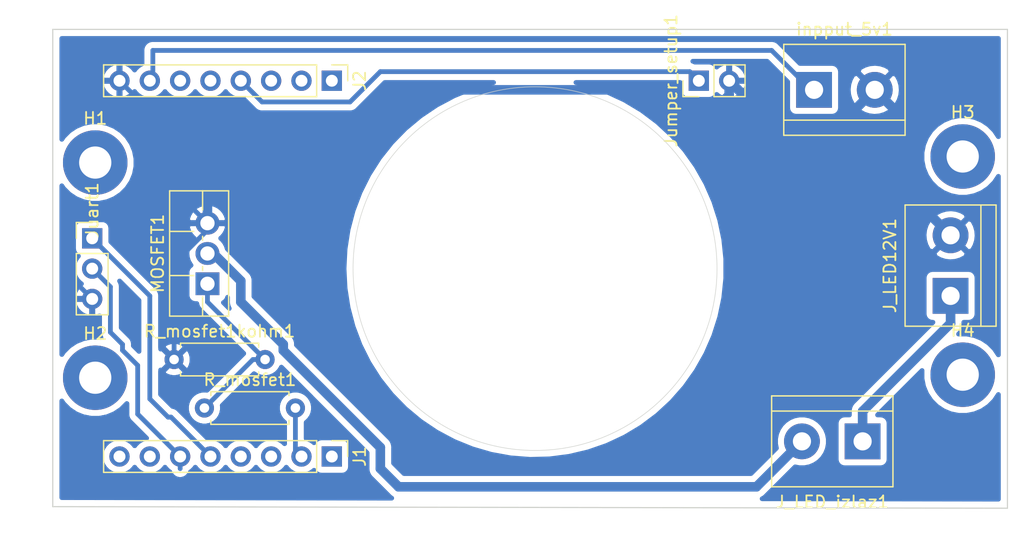
<source format=kicad_pcb>
(kicad_pcb (version 20171130) (host pcbnew "(5.1.9)-1")

  (general
    (thickness 1.6)
    (drawings 10)
    (tracks 72)
    (zones 0)
    (modules 14)
    (nets 20)
  )

  (page A4)
  (layers
    (0 F.Cu signal)
    (31 B.Cu signal)
    (32 B.Adhes user)
    (33 F.Adhes user)
    (34 B.Paste user)
    (35 F.Paste user)
    (36 B.SilkS user)
    (37 F.SilkS user)
    (38 B.Mask user)
    (39 F.Mask user)
    (40 Dwgs.User user)
    (41 Cmts.User user)
    (42 Eco1.User user)
    (43 Eco2.User user)
    (44 Edge.Cuts user)
    (45 Margin user)
    (46 B.CrtYd user)
    (47 F.CrtYd user)
    (48 B.Fab user)
    (49 F.Fab user)
  )

  (setup
    (last_trace_width 0.8)
    (user_trace_width 0.4)
    (user_trace_width 0.8)
    (trace_clearance 0.2)
    (zone_clearance 0.508)
    (zone_45_only no)
    (trace_min 0.2)
    (via_size 0.8)
    (via_drill 0.4)
    (via_min_size 0.4)
    (via_min_drill 0.3)
    (uvia_size 0.3)
    (uvia_drill 0.1)
    (uvias_allowed no)
    (uvia_min_size 0.2)
    (uvia_min_drill 0.1)
    (edge_width 0.05)
    (segment_width 0.2)
    (pcb_text_width 0.3)
    (pcb_text_size 1.5 1.5)
    (mod_edge_width 0.12)
    (mod_text_size 1 1)
    (mod_text_width 0.15)
    (pad_size 1.524 1.524)
    (pad_drill 0.762)
    (pad_to_mask_clearance 0)
    (aux_axis_origin 0 0)
    (visible_elements 7FFFFFFF)
    (pcbplotparams
      (layerselection 0x010c0_ffffffff)
      (usegerberextensions false)
      (usegerberattributes true)
      (usegerberadvancedattributes true)
      (creategerberjobfile true)
      (excludeedgelayer true)
      (linewidth 0.100000)
      (plotframeref false)
      (viasonmask false)
      (mode 1)
      (useauxorigin false)
      (hpglpennumber 1)
      (hpglpenspeed 20)
      (hpglpendiameter 15.000000)
      (psnegative false)
      (psa4output false)
      (plotreference true)
      (plotvalue true)
      (plotinvisibletext false)
      (padsonsilk false)
      (subtractmaskfromsilk false)
      (outputformat 1)
      (mirror false)
      (drillshape 0)
      (scaleselection 1)
      (outputdirectory "print/"))
  )

  (net 0 "")
  (net 1 "Net-(J1-Pad8)")
  (net 2 "Net-(J1-Pad7)")
  (net 3 "Net-(J1-Pad4)")
  (net 4 "Net-(J1-Pad3)")
  (net 5 "Net-(J1-Pad1)")
  (net 6 "Net-(J2-Pad6)")
  (net 7 "Net-(J2-Pad5)")
  (net 8 "Net-(J2-Pad3)")
  (net 9 "Net-(J2-Pad2)")
  (net 10 "Net-(J2-Pad1)")
  (net 11 GND)
  (net 12 5vin)
  (net 13 rx)
  (net 14 tx)
  (net 15 P4)
  (net 16 P9)
  (net 17 12V+)
  (net 18 DRAIN)
  (net 19 GATE)

  (net_class Default "This is the default net class."
    (clearance 0.2)
    (trace_width 0.25)
    (via_dia 0.8)
    (via_drill 0.4)
    (uvia_dia 0.3)
    (uvia_drill 0.1)
    (add_net 12V+)
    (add_net 5vin)
    (add_net DRAIN)
    (add_net GATE)
    (add_net GND)
    (add_net "Net-(J1-Pad1)")
    (add_net "Net-(J1-Pad3)")
    (add_net "Net-(J1-Pad4)")
    (add_net "Net-(J1-Pad7)")
    (add_net "Net-(J1-Pad8)")
    (add_net "Net-(J2-Pad1)")
    (add_net "Net-(J2-Pad2)")
    (add_net "Net-(J2-Pad3)")
    (add_net "Net-(J2-Pad5)")
    (add_net "Net-(J2-Pad6)")
    (add_net P4)
    (add_net P9)
    (add_net rx)
    (add_net tx)
  )

  (module MountingHole:MountingHole_2.7mm_Pad (layer F.Cu) (tedit 56D1B4CB) (tstamp 6182BB79)
    (at 137.16 81.026)
    (descr "Mounting Hole 2.7mm")
    (tags "mounting hole 2.7mm")
    (path /61841FB2)
    (attr virtual)
    (fp_text reference H4 (at 0 -3.7) (layer F.SilkS)
      (effects (font (size 1 1) (thickness 0.15)))
    )
    (fp_text value MountingHole (at 0 3.7) (layer F.Fab)
      (effects (font (size 1 1) (thickness 0.15)))
    )
    (fp_circle (center 0 0) (end 2.95 0) (layer F.CrtYd) (width 0.05))
    (fp_circle (center 0 0) (end 2.7 0) (layer Cmts.User) (width 0.15))
    (fp_text user %R (at 0.3 0) (layer F.Fab)
      (effects (font (size 1 1) (thickness 0.15)))
    )
    (pad 1 thru_hole circle (at 0 0) (size 5.4 5.4) (drill 2.7) (layers *.Cu *.Mask))
  )

  (module MountingHole:MountingHole_2.7mm_Pad (layer F.Cu) (tedit 56D1B4CB) (tstamp 6182BF72)
    (at 137.16 62.738)
    (descr "Mounting Hole 2.7mm")
    (tags "mounting hole 2.7mm")
    (path /61841DFD)
    (attr virtual)
    (fp_text reference H3 (at 0 -3.7) (layer F.SilkS)
      (effects (font (size 1 1) (thickness 0.15)))
    )
    (fp_text value MountingHole (at 0 3.7) (layer F.Fab)
      (effects (font (size 1 1) (thickness 0.15)))
    )
    (fp_circle (center 0 0) (end 2.95 0) (layer F.CrtYd) (width 0.05))
    (fp_circle (center 0 0) (end 2.7 0) (layer Cmts.User) (width 0.15))
    (fp_text user %R (at 0.3 0) (layer F.Fab)
      (effects (font (size 1 1) (thickness 0.15)))
    )
    (pad 1 thru_hole circle (at 0 0) (size 5.4 5.4) (drill 2.7) (layers *.Cu *.Mask))
  )

  (module MountingHole:MountingHole_2.7mm_Pad (layer F.Cu) (tedit 56D1B4CB) (tstamp 6182BB69)
    (at 64.516 81.28)
    (descr "Mounting Hole 2.7mm")
    (tags "mounting hole 2.7mm")
    (path /61841BCE)
    (attr virtual)
    (fp_text reference H2 (at 0 -3.7) (layer F.SilkS)
      (effects (font (size 1 1) (thickness 0.15)))
    )
    (fp_text value MountingHole (at 0 3.7) (layer F.Fab)
      (effects (font (size 1 1) (thickness 0.15)))
    )
    (fp_circle (center 0 0) (end 2.95 0) (layer F.CrtYd) (width 0.05))
    (fp_circle (center 0 0) (end 2.7 0) (layer Cmts.User) (width 0.15))
    (fp_text user %R (at 0.3 0) (layer F.Fab)
      (effects (font (size 1 1) (thickness 0.15)))
    )
    (pad 1 thru_hole circle (at 0 0) (size 5.4 5.4) (drill 2.7) (layers *.Cu *.Mask))
  )

  (module MountingHole:MountingHole_2.7mm_Pad (layer F.Cu) (tedit 56D1B4CB) (tstamp 6182BE63)
    (at 64.516 63.246)
    (descr "Mounting Hole 2.7mm")
    (tags "mounting hole 2.7mm")
    (path /618417F8)
    (attr virtual)
    (fp_text reference H1 (at 0 -3.7) (layer F.SilkS)
      (effects (font (size 1 1) (thickness 0.15)))
    )
    (fp_text value MountingHole (at 0 3.7) (layer F.Fab)
      (effects (font (size 1 1) (thickness 0.15)))
    )
    (fp_circle (center 0 0) (end 2.95 0) (layer F.CrtYd) (width 0.05))
    (fp_circle (center 0 0) (end 2.7 0) (layer Cmts.User) (width 0.15))
    (fp_text user %R (at 0.3 0) (layer F.Fab)
      (effects (font (size 1 1) (thickness 0.15)))
    )
    (pad 1 thru_hole circle (at 0 0) (size 5.4 5.4) (drill 2.7) (layers *.Cu *.Mask))
  )

  (module Resistor_THT:R_Axial_DIN0207_L6.3mm_D2.5mm_P7.62mm_Horizontal (layer F.Cu) (tedit 5AE5139B) (tstamp 6182B0C9)
    (at 71.12 79.756)
    (descr "Resistor, Axial_DIN0207 series, Axial, Horizontal, pin pitch=7.62mm, 0.25W = 1/4W, length*diameter=6.3*2.5mm^2, http://cdn-reichelt.de/documents/datenblatt/B400/1_4W%23YAG.pdf")
    (tags "Resistor Axial_DIN0207 series Axial Horizontal pin pitch 7.62mm 0.25W = 1/4W length 6.3mm diameter 2.5mm")
    (path /61836211)
    (fp_text reference R_mosfet1kohm1 (at 3.81 -2.37) (layer F.SilkS)
      (effects (font (size 1 1) (thickness 0.15)))
    )
    (fp_text value R (at 3.81 2.37) (layer F.Fab)
      (effects (font (size 1 1) (thickness 0.15)))
    )
    (fp_line (start 8.67 -1.5) (end -1.05 -1.5) (layer F.CrtYd) (width 0.05))
    (fp_line (start 8.67 1.5) (end 8.67 -1.5) (layer F.CrtYd) (width 0.05))
    (fp_line (start -1.05 1.5) (end 8.67 1.5) (layer F.CrtYd) (width 0.05))
    (fp_line (start -1.05 -1.5) (end -1.05 1.5) (layer F.CrtYd) (width 0.05))
    (fp_line (start 7.08 1.37) (end 7.08 1.04) (layer F.SilkS) (width 0.12))
    (fp_line (start 0.54 1.37) (end 7.08 1.37) (layer F.SilkS) (width 0.12))
    (fp_line (start 0.54 1.04) (end 0.54 1.37) (layer F.SilkS) (width 0.12))
    (fp_line (start 7.08 -1.37) (end 7.08 -1.04) (layer F.SilkS) (width 0.12))
    (fp_line (start 0.54 -1.37) (end 7.08 -1.37) (layer F.SilkS) (width 0.12))
    (fp_line (start 0.54 -1.04) (end 0.54 -1.37) (layer F.SilkS) (width 0.12))
    (fp_line (start 7.62 0) (end 6.96 0) (layer F.Fab) (width 0.1))
    (fp_line (start 0 0) (end 0.66 0) (layer F.Fab) (width 0.1))
    (fp_line (start 6.96 -1.25) (end 0.66 -1.25) (layer F.Fab) (width 0.1))
    (fp_line (start 6.96 1.25) (end 6.96 -1.25) (layer F.Fab) (width 0.1))
    (fp_line (start 0.66 1.25) (end 6.96 1.25) (layer F.Fab) (width 0.1))
    (fp_line (start 0.66 -1.25) (end 0.66 1.25) (layer F.Fab) (width 0.1))
    (fp_text user %R (at 3.81 0) (layer F.Fab)
      (effects (font (size 1 1) (thickness 0.15)))
    )
    (pad 2 thru_hole oval (at 7.62 0) (size 1.6 1.6) (drill 0.8) (layers *.Cu *.Mask)
      (net 19 GATE))
    (pad 1 thru_hole circle (at 0 0) (size 1.6 1.6) (drill 0.8) (layers *.Cu *.Mask)
      (net 11 GND))
    (model ${KISYS3DMOD}/Resistor_THT.3dshapes/R_Axial_DIN0207_L6.3mm_D2.5mm_P7.62mm_Horizontal.wrl
      (at (xyz 0 0 0))
      (scale (xyz 1 1 1))
      (rotate (xyz 0 0 0))
    )
  )

  (module Resistor_THT:R_Axial_DIN0207_L6.3mm_D2.5mm_P7.62mm_Horizontal (layer F.Cu) (tedit 5AE5139B) (tstamp 6182B2BF)
    (at 73.66 83.82)
    (descr "Resistor, Axial_DIN0207 series, Axial, Horizontal, pin pitch=7.62mm, 0.25W = 1/4W, length*diameter=6.3*2.5mm^2, http://cdn-reichelt.de/documents/datenblatt/B400/1_4W%23YAG.pdf")
    (tags "Resistor Axial_DIN0207 series Axial Horizontal pin pitch 7.62mm 0.25W = 1/4W length 6.3mm diameter 2.5mm")
    (path /61833B0B)
    (fp_text reference R_mosfet1 (at 3.81 -2.37) (layer F.SilkS)
      (effects (font (size 1 1) (thickness 0.15)))
    )
    (fp_text value R (at 3.81 2.37) (layer F.Fab)
      (effects (font (size 1 1) (thickness 0.15)))
    )
    (fp_line (start 8.67 -1.5) (end -1.05 -1.5) (layer F.CrtYd) (width 0.05))
    (fp_line (start 8.67 1.5) (end 8.67 -1.5) (layer F.CrtYd) (width 0.05))
    (fp_line (start -1.05 1.5) (end 8.67 1.5) (layer F.CrtYd) (width 0.05))
    (fp_line (start -1.05 -1.5) (end -1.05 1.5) (layer F.CrtYd) (width 0.05))
    (fp_line (start 7.08 1.37) (end 7.08 1.04) (layer F.SilkS) (width 0.12))
    (fp_line (start 0.54 1.37) (end 7.08 1.37) (layer F.SilkS) (width 0.12))
    (fp_line (start 0.54 1.04) (end 0.54 1.37) (layer F.SilkS) (width 0.12))
    (fp_line (start 7.08 -1.37) (end 7.08 -1.04) (layer F.SilkS) (width 0.12))
    (fp_line (start 0.54 -1.37) (end 7.08 -1.37) (layer F.SilkS) (width 0.12))
    (fp_line (start 0.54 -1.04) (end 0.54 -1.37) (layer F.SilkS) (width 0.12))
    (fp_line (start 7.62 0) (end 6.96 0) (layer F.Fab) (width 0.1))
    (fp_line (start 0 0) (end 0.66 0) (layer F.Fab) (width 0.1))
    (fp_line (start 6.96 -1.25) (end 0.66 -1.25) (layer F.Fab) (width 0.1))
    (fp_line (start 6.96 1.25) (end 6.96 -1.25) (layer F.Fab) (width 0.1))
    (fp_line (start 0.66 1.25) (end 6.96 1.25) (layer F.Fab) (width 0.1))
    (fp_line (start 0.66 -1.25) (end 0.66 1.25) (layer F.Fab) (width 0.1))
    (fp_text user %R (at 3.81 0) (layer F.Fab)
      (effects (font (size 1 1) (thickness 0.15)))
    )
    (pad 2 thru_hole oval (at 7.62 0) (size 1.6 1.6) (drill 0.8) (layers *.Cu *.Mask)
      (net 15 P4))
    (pad 1 thru_hole circle (at 0 0) (size 1.6 1.6) (drill 0.8) (layers *.Cu *.Mask)
      (net 19 GATE))
    (model ${KISYS3DMOD}/Resistor_THT.3dshapes/R_Axial_DIN0207_L6.3mm_D2.5mm_P7.62mm_Horizontal.wrl
      (at (xyz 0 0 0))
      (scale (xyz 1 1 1))
      (rotate (xyz 0 0 0))
    )
  )

  (module Package_TO_SOT_THT:TO-220F-3_Vertical (layer F.Cu) (tedit 5AC8BA0D) (tstamp 6182B09B)
    (at 73.914 73.406 90)
    (descr "TO-220F-3, Vertical, RM 2.54mm, see http://www.st.com/resource/en/datasheet/stp20nm60.pdf")
    (tags "TO-220F-3 Vertical RM 2.54mm")
    (path /6182EA81)
    (fp_text reference MOSFET1 (at 2.54 -4.1675 90) (layer F.SilkS)
      (effects (font (size 1 1) (thickness 0.15)))
    )
    (fp_text value IRLIZ44N (at 2.54 2.9025 90) (layer F.Fab)
      (effects (font (size 1 1) (thickness 0.15)))
    )
    (fp_line (start 7.92 -3.3) (end -2.84 -3.3) (layer F.CrtYd) (width 0.05))
    (fp_line (start 7.92 1.91) (end 7.92 -3.3) (layer F.CrtYd) (width 0.05))
    (fp_line (start -2.84 1.91) (end 7.92 1.91) (layer F.CrtYd) (width 0.05))
    (fp_line (start -2.84 -3.3) (end -2.84 1.91) (layer F.CrtYd) (width 0.05))
    (fp_line (start 4.391 -3.168) (end 4.391 -1.15) (layer F.SilkS) (width 0.12))
    (fp_line (start 0.69 -3.168) (end 0.69 -1.15) (layer F.SilkS) (width 0.12))
    (fp_line (start 6.183 -0.408) (end 7.79 -0.408) (layer F.SilkS) (width 0.12))
    (fp_line (start 3.643 -0.408) (end 3.978 -0.408) (layer F.SilkS) (width 0.12))
    (fp_line (start 1.103 -0.408) (end 1.438 -0.408) (layer F.SilkS) (width 0.12))
    (fp_line (start -2.71 -0.408) (end -1.103 -0.408) (layer F.SilkS) (width 0.12))
    (fp_line (start 7.79 -3.168) (end 7.79 1.773) (layer F.SilkS) (width 0.12))
    (fp_line (start -2.71 -3.168) (end -2.71 1.773) (layer F.SilkS) (width 0.12))
    (fp_line (start -2.71 1.773) (end 7.79 1.773) (layer F.SilkS) (width 0.12))
    (fp_line (start -2.71 -3.168) (end 7.79 -3.168) (layer F.SilkS) (width 0.12))
    (fp_line (start 4.39 -3.0475) (end 4.39 -0.5275) (layer F.Fab) (width 0.1))
    (fp_line (start 0.69 -3.0475) (end 0.69 -0.5275) (layer F.Fab) (width 0.1))
    (fp_line (start -2.59 -0.5275) (end 7.67 -0.5275) (layer F.Fab) (width 0.1))
    (fp_line (start 7.67 -3.0475) (end -2.59 -3.0475) (layer F.Fab) (width 0.1))
    (fp_line (start 7.67 1.6525) (end 7.67 -3.0475) (layer F.Fab) (width 0.1))
    (fp_line (start -2.59 1.6525) (end 7.67 1.6525) (layer F.Fab) (width 0.1))
    (fp_line (start -2.59 -3.0475) (end -2.59 1.6525) (layer F.Fab) (width 0.1))
    (fp_text user %R (at 2.54 -4.1675 90) (layer F.Fab)
      (effects (font (size 1 1) (thickness 0.15)))
    )
    (pad 3 thru_hole oval (at 5.08 0 90) (size 1.905 2) (drill 1.2) (layers *.Cu *.Mask)
      (net 11 GND))
    (pad 2 thru_hole oval (at 2.54 0 90) (size 1.905 2) (drill 1.2) (layers *.Cu *.Mask)
      (net 18 DRAIN))
    (pad 1 thru_hole rect (at 0 0 90) (size 1.905 2) (drill 1.2) (layers *.Cu *.Mask)
      (net 19 GATE))
    (model ${KISYS3DMOD}/Package_TO_SOT_THT.3dshapes/TO-220F-3_Vertical.wrl
      (at (xyz 0 0 0))
      (scale (xyz 1 1 1))
      (rotate (xyz 0 0 0))
    )
  )

  (module Connector_PinHeader_2.54mm:PinHeader_1x02_P2.54mm_Vertical (layer F.Cu) (tedit 59FED5CC) (tstamp 6182B07E)
    (at 115.062 56.388 90)
    (descr "Through hole straight pin header, 1x02, 2.54mm pitch, single row")
    (tags "Through hole pin header THT 1x02 2.54mm single row")
    (path /6182FEAF)
    (fp_text reference Jumper_setup1 (at 0 -2.33 90) (layer F.SilkS)
      (effects (font (size 1 1) (thickness 0.15)))
    )
    (fp_text value Conn_01x02_Male (at 0 4.87 90) (layer F.Fab)
      (effects (font (size 1 1) (thickness 0.15)))
    )
    (fp_line (start 1.8 -1.8) (end -1.8 -1.8) (layer F.CrtYd) (width 0.05))
    (fp_line (start 1.8 4.35) (end 1.8 -1.8) (layer F.CrtYd) (width 0.05))
    (fp_line (start -1.8 4.35) (end 1.8 4.35) (layer F.CrtYd) (width 0.05))
    (fp_line (start -1.8 -1.8) (end -1.8 4.35) (layer F.CrtYd) (width 0.05))
    (fp_line (start -1.33 -1.33) (end 0 -1.33) (layer F.SilkS) (width 0.12))
    (fp_line (start -1.33 0) (end -1.33 -1.33) (layer F.SilkS) (width 0.12))
    (fp_line (start -1.33 1.27) (end 1.33 1.27) (layer F.SilkS) (width 0.12))
    (fp_line (start 1.33 1.27) (end 1.33 3.87) (layer F.SilkS) (width 0.12))
    (fp_line (start -1.33 1.27) (end -1.33 3.87) (layer F.SilkS) (width 0.12))
    (fp_line (start -1.33 3.87) (end 1.33 3.87) (layer F.SilkS) (width 0.12))
    (fp_line (start -1.27 -0.635) (end -0.635 -1.27) (layer F.Fab) (width 0.1))
    (fp_line (start -1.27 3.81) (end -1.27 -0.635) (layer F.Fab) (width 0.1))
    (fp_line (start 1.27 3.81) (end -1.27 3.81) (layer F.Fab) (width 0.1))
    (fp_line (start 1.27 -1.27) (end 1.27 3.81) (layer F.Fab) (width 0.1))
    (fp_line (start -0.635 -1.27) (end 1.27 -1.27) (layer F.Fab) (width 0.1))
    (fp_text user %R (at 0 1.27) (layer F.Fab)
      (effects (font (size 1 1) (thickness 0.15)))
    )
    (pad 2 thru_hole oval (at 0 2.54 90) (size 1.7 1.7) (drill 1) (layers *.Cu *.Mask)
      (net 11 GND))
    (pad 1 thru_hole rect (at 0 0 90) (size 1.7 1.7) (drill 1) (layers *.Cu *.Mask)
      (net 16 P9))
    (model ${KISYS3DMOD}/Connector_PinHeader_2.54mm.3dshapes/PinHeader_1x02_P2.54mm_Vertical.wrl
      (at (xyz 0 0 0))
      (scale (xyz 1 1 1))
      (rotate (xyz 0 0 0))
    )
  )

  (module Connector_PinHeader_2.54mm:PinHeader_1x03_P2.54mm_Vertical (layer F.Cu) (tedit 59FED5CC) (tstamp 6182B068)
    (at 64.262 69.596)
    (descr "Through hole straight pin header, 1x03, 2.54mm pitch, single row")
    (tags "Through hole pin header THT 1x03 2.54mm single row")
    (path /61836FCD)
    (fp_text reference Juart1 (at 0 -2.33 90) (layer F.SilkS)
      (effects (font (size 1 1) (thickness 0.15)))
    )
    (fp_text value Conn_01x03_Female (at 0 7.41) (layer F.Fab)
      (effects (font (size 1 1) (thickness 0.15)))
    )
    (fp_line (start 1.8 -1.8) (end -1.8 -1.8) (layer F.CrtYd) (width 0.05))
    (fp_line (start 1.8 6.85) (end 1.8 -1.8) (layer F.CrtYd) (width 0.05))
    (fp_line (start -1.8 6.85) (end 1.8 6.85) (layer F.CrtYd) (width 0.05))
    (fp_line (start -1.8 -1.8) (end -1.8 6.85) (layer F.CrtYd) (width 0.05))
    (fp_line (start -1.33 -1.33) (end 0 -1.33) (layer F.SilkS) (width 0.12))
    (fp_line (start -1.33 0) (end -1.33 -1.33) (layer F.SilkS) (width 0.12))
    (fp_line (start -1.33 1.27) (end 1.33 1.27) (layer F.SilkS) (width 0.12))
    (fp_line (start 1.33 1.27) (end 1.33 6.41) (layer F.SilkS) (width 0.12))
    (fp_line (start -1.33 1.27) (end -1.33 6.41) (layer F.SilkS) (width 0.12))
    (fp_line (start -1.33 6.41) (end 1.33 6.41) (layer F.SilkS) (width 0.12))
    (fp_line (start -1.27 -0.635) (end -0.635 -1.27) (layer F.Fab) (width 0.1))
    (fp_line (start -1.27 6.35) (end -1.27 -0.635) (layer F.Fab) (width 0.1))
    (fp_line (start 1.27 6.35) (end -1.27 6.35) (layer F.Fab) (width 0.1))
    (fp_line (start 1.27 -1.27) (end 1.27 6.35) (layer F.Fab) (width 0.1))
    (fp_line (start -0.635 -1.27) (end 1.27 -1.27) (layer F.Fab) (width 0.1))
    (fp_text user %R (at 0 2.54 90) (layer F.Fab)
      (effects (font (size 1 1) (thickness 0.15)))
    )
    (pad 3 thru_hole oval (at 0 5.08) (size 1.7 1.7) (drill 1) (layers *.Cu *.Mask)
      (net 11 GND))
    (pad 2 thru_hole oval (at 0 2.54) (size 1.7 1.7) (drill 1) (layers *.Cu *.Mask)
      (net 13 rx))
    (pad 1 thru_hole rect (at 0 0) (size 1.7 1.7) (drill 1) (layers *.Cu *.Mask)
      (net 14 tx))
    (model ${KISYS3DMOD}/Connector_PinHeader_2.54mm.3dshapes/PinHeader_1x03_P2.54mm_Vertical.wrl
      (at (xyz 0 0 0))
      (scale (xyz 1 1 1))
      (rotate (xyz 0 0 0))
    )
  )

  (module TerminalBlock:TerminalBlock_bornier-2_P5.08mm (layer F.Cu) (tedit 59FF03AB) (tstamp 6182B051)
    (at 128.778 86.614 180)
    (descr "simple 2-pin terminal block, pitch 5.08mm, revamped version of bornier2")
    (tags "terminal block bornier2")
    (path /6182D9C0)
    (fp_text reference J_LED_izlaz1 (at 2.54 -5.08) (layer F.SilkS)
      (effects (font (size 1 1) (thickness 0.15)))
    )
    (fp_text value Conn_01x02_Female (at 2.54 5.08) (layer F.Fab)
      (effects (font (size 1 1) (thickness 0.15)))
    )
    (fp_line (start 7.79 4) (end -2.71 4) (layer F.CrtYd) (width 0.05))
    (fp_line (start 7.79 4) (end 7.79 -4) (layer F.CrtYd) (width 0.05))
    (fp_line (start -2.71 -4) (end -2.71 4) (layer F.CrtYd) (width 0.05))
    (fp_line (start -2.71 -4) (end 7.79 -4) (layer F.CrtYd) (width 0.05))
    (fp_line (start -2.54 3.81) (end 7.62 3.81) (layer F.SilkS) (width 0.12))
    (fp_line (start -2.54 -3.81) (end -2.54 3.81) (layer F.SilkS) (width 0.12))
    (fp_line (start 7.62 -3.81) (end -2.54 -3.81) (layer F.SilkS) (width 0.12))
    (fp_line (start 7.62 3.81) (end 7.62 -3.81) (layer F.SilkS) (width 0.12))
    (fp_line (start 7.62 2.54) (end -2.54 2.54) (layer F.SilkS) (width 0.12))
    (fp_line (start 7.54 -3.75) (end -2.46 -3.75) (layer F.Fab) (width 0.1))
    (fp_line (start 7.54 3.75) (end 7.54 -3.75) (layer F.Fab) (width 0.1))
    (fp_line (start -2.46 3.75) (end 7.54 3.75) (layer F.Fab) (width 0.1))
    (fp_line (start -2.46 -3.75) (end -2.46 3.75) (layer F.Fab) (width 0.1))
    (fp_line (start -2.41 2.55) (end 7.49 2.55) (layer F.Fab) (width 0.1))
    (fp_text user %R (at 2.54 0) (layer F.Fab)
      (effects (font (size 1 1) (thickness 0.15)))
    )
    (pad 2 thru_hole circle (at 5.08 0 180) (size 3 3) (drill 1.52) (layers *.Cu *.Mask)
      (net 18 DRAIN))
    (pad 1 thru_hole rect (at 0 0 180) (size 3 3) (drill 1.52) (layers *.Cu *.Mask)
      (net 17 12V+))
    (model ${KISYS3DMOD}/TerminalBlock.3dshapes/TerminalBlock_bornier-2_P5.08mm.wrl
      (offset (xyz 2.539999961853027 0 0))
      (scale (xyz 1 1 1))
      (rotate (xyz 0 0 0))
    )
  )

  (module TerminalBlock:TerminalBlock_bornier-2_P5.08mm (layer F.Cu) (tedit 59FF03AB) (tstamp 6182B03C)
    (at 136.144 74.422 90)
    (descr "simple 2-pin terminal block, pitch 5.08mm, revamped version of bornier2")
    (tags "terminal block bornier2")
    (path /6182CB03)
    (fp_text reference J_LED12V1 (at 2.54 -5.08 90) (layer F.SilkS)
      (effects (font (size 1 1) (thickness 0.15)))
    )
    (fp_text value Conn_01x02_Female (at 2.54 5.08 90) (layer F.Fab)
      (effects (font (size 1 1) (thickness 0.15)))
    )
    (fp_line (start 7.79 4) (end -2.71 4) (layer F.CrtYd) (width 0.05))
    (fp_line (start 7.79 4) (end 7.79 -4) (layer F.CrtYd) (width 0.05))
    (fp_line (start -2.71 -4) (end -2.71 4) (layer F.CrtYd) (width 0.05))
    (fp_line (start -2.71 -4) (end 7.79 -4) (layer F.CrtYd) (width 0.05))
    (fp_line (start -2.54 3.81) (end 7.62 3.81) (layer F.SilkS) (width 0.12))
    (fp_line (start -2.54 -3.81) (end -2.54 3.81) (layer F.SilkS) (width 0.12))
    (fp_line (start 7.62 -3.81) (end -2.54 -3.81) (layer F.SilkS) (width 0.12))
    (fp_line (start 7.62 3.81) (end 7.62 -3.81) (layer F.SilkS) (width 0.12))
    (fp_line (start 7.62 2.54) (end -2.54 2.54) (layer F.SilkS) (width 0.12))
    (fp_line (start 7.54 -3.75) (end -2.46 -3.75) (layer F.Fab) (width 0.1))
    (fp_line (start 7.54 3.75) (end 7.54 -3.75) (layer F.Fab) (width 0.1))
    (fp_line (start -2.46 3.75) (end 7.54 3.75) (layer F.Fab) (width 0.1))
    (fp_line (start -2.46 -3.75) (end -2.46 3.75) (layer F.Fab) (width 0.1))
    (fp_line (start -2.41 2.55) (end 7.49 2.55) (layer F.Fab) (width 0.1))
    (fp_text user %R (at 2.54 0 90) (layer F.Fab)
      (effects (font (size 1 1) (thickness 0.15)))
    )
    (pad 2 thru_hole circle (at 5.08 0 90) (size 3 3) (drill 1.52) (layers *.Cu *.Mask)
      (net 11 GND))
    (pad 1 thru_hole rect (at 0 0 90) (size 3 3) (drill 1.52) (layers *.Cu *.Mask)
      (net 17 12V+))
    (model ${KISYS3DMOD}/TerminalBlock.3dshapes/TerminalBlock_bornier-2_P5.08mm.wrl
      (offset (xyz 2.539999961853027 0 0))
      (scale (xyz 1 1 1))
      (rotate (xyz 0 0 0))
    )
  )

  (module Connector_PinHeader_2.54mm:PinHeader_1x08_P2.54mm_Vertical (layer F.Cu) (tedit 59FED5CC) (tstamp 6182B027)
    (at 84.328 56.388 270)
    (descr "Through hole straight pin header, 1x08, 2.54mm pitch, single row")
    (tags "Through hole pin header THT 1x08 2.54mm single row")
    (path /6182AE06)
    (fp_text reference J2 (at 0 -2.33 90) (layer F.SilkS)
      (effects (font (size 1 1) (thickness 0.15)))
    )
    (fp_text value Conn_01x08_Male (at 0 20.11 90) (layer F.Fab)
      (effects (font (size 1 1) (thickness 0.15)))
    )
    (fp_line (start 1.8 -1.8) (end -1.8 -1.8) (layer F.CrtYd) (width 0.05))
    (fp_line (start 1.8 19.55) (end 1.8 -1.8) (layer F.CrtYd) (width 0.05))
    (fp_line (start -1.8 19.55) (end 1.8 19.55) (layer F.CrtYd) (width 0.05))
    (fp_line (start -1.8 -1.8) (end -1.8 19.55) (layer F.CrtYd) (width 0.05))
    (fp_line (start -1.33 -1.33) (end 0 -1.33) (layer F.SilkS) (width 0.12))
    (fp_line (start -1.33 0) (end -1.33 -1.33) (layer F.SilkS) (width 0.12))
    (fp_line (start -1.33 1.27) (end 1.33 1.27) (layer F.SilkS) (width 0.12))
    (fp_line (start 1.33 1.27) (end 1.33 19.11) (layer F.SilkS) (width 0.12))
    (fp_line (start -1.33 1.27) (end -1.33 19.11) (layer F.SilkS) (width 0.12))
    (fp_line (start -1.33 19.11) (end 1.33 19.11) (layer F.SilkS) (width 0.12))
    (fp_line (start -1.27 -0.635) (end -0.635 -1.27) (layer F.Fab) (width 0.1))
    (fp_line (start -1.27 19.05) (end -1.27 -0.635) (layer F.Fab) (width 0.1))
    (fp_line (start 1.27 19.05) (end -1.27 19.05) (layer F.Fab) (width 0.1))
    (fp_line (start 1.27 -1.27) (end 1.27 19.05) (layer F.Fab) (width 0.1))
    (fp_line (start -0.635 -1.27) (end 1.27 -1.27) (layer F.Fab) (width 0.1))
    (fp_text user %R (at 0 8.89) (layer F.Fab)
      (effects (font (size 1 1) (thickness 0.15)))
    )
    (pad 8 thru_hole oval (at 0 17.78 270) (size 1.7 1.7) (drill 1) (layers *.Cu *.Mask)
      (net 11 GND))
    (pad 7 thru_hole oval (at 0 15.24 270) (size 1.7 1.7) (drill 1) (layers *.Cu *.Mask)
      (net 12 5vin))
    (pad 6 thru_hole oval (at 0 12.7 270) (size 1.7 1.7) (drill 1) (layers *.Cu *.Mask)
      (net 6 "Net-(J2-Pad6)"))
    (pad 5 thru_hole oval (at 0 10.16 270) (size 1.7 1.7) (drill 1) (layers *.Cu *.Mask)
      (net 7 "Net-(J2-Pad5)"))
    (pad 4 thru_hole oval (at 0 7.62 270) (size 1.7 1.7) (drill 1) (layers *.Cu *.Mask)
      (net 16 P9))
    (pad 3 thru_hole oval (at 0 5.08 270) (size 1.7 1.7) (drill 1) (layers *.Cu *.Mask)
      (net 8 "Net-(J2-Pad3)"))
    (pad 2 thru_hole oval (at 0 2.54 270) (size 1.7 1.7) (drill 1) (layers *.Cu *.Mask)
      (net 9 "Net-(J2-Pad2)"))
    (pad 1 thru_hole rect (at 0 0 270) (size 1.7 1.7) (drill 1) (layers *.Cu *.Mask)
      (net 10 "Net-(J2-Pad1)"))
    (model ${KISYS3DMOD}/Connector_PinHeader_2.54mm.3dshapes/PinHeader_1x08_P2.54mm_Vertical.wrl
      (at (xyz 0 0 0))
      (scale (xyz 1 1 1))
      (rotate (xyz 0 0 0))
    )
  )

  (module Connector_PinHeader_2.54mm:PinHeader_1x08_P2.54mm_Vertical (layer F.Cu) (tedit 59FED5CC) (tstamp 6182B00B)
    (at 84.328 87.884 270)
    (descr "Through hole straight pin header, 1x08, 2.54mm pitch, single row")
    (tags "Through hole pin header THT 1x08 2.54mm single row")
    (path /61827B08)
    (fp_text reference J1 (at 0 -2.33 90) (layer F.SilkS)
      (effects (font (size 1 1) (thickness 0.15)))
    )
    (fp_text value Conn_01x08_Male (at 0 20.11 90) (layer F.Fab)
      (effects (font (size 1 1) (thickness 0.15)))
    )
    (fp_line (start 1.8 -1.8) (end -1.8 -1.8) (layer F.CrtYd) (width 0.05))
    (fp_line (start 1.8 19.55) (end 1.8 -1.8) (layer F.CrtYd) (width 0.05))
    (fp_line (start -1.8 19.55) (end 1.8 19.55) (layer F.CrtYd) (width 0.05))
    (fp_line (start -1.8 -1.8) (end -1.8 19.55) (layer F.CrtYd) (width 0.05))
    (fp_line (start -1.33 -1.33) (end 0 -1.33) (layer F.SilkS) (width 0.12))
    (fp_line (start -1.33 0) (end -1.33 -1.33) (layer F.SilkS) (width 0.12))
    (fp_line (start -1.33 1.27) (end 1.33 1.27) (layer F.SilkS) (width 0.12))
    (fp_line (start 1.33 1.27) (end 1.33 19.11) (layer F.SilkS) (width 0.12))
    (fp_line (start -1.33 1.27) (end -1.33 19.11) (layer F.SilkS) (width 0.12))
    (fp_line (start -1.33 19.11) (end 1.33 19.11) (layer F.SilkS) (width 0.12))
    (fp_line (start -1.27 -0.635) (end -0.635 -1.27) (layer F.Fab) (width 0.1))
    (fp_line (start -1.27 19.05) (end -1.27 -0.635) (layer F.Fab) (width 0.1))
    (fp_line (start 1.27 19.05) (end -1.27 19.05) (layer F.Fab) (width 0.1))
    (fp_line (start 1.27 -1.27) (end 1.27 19.05) (layer F.Fab) (width 0.1))
    (fp_line (start -0.635 -1.27) (end 1.27 -1.27) (layer F.Fab) (width 0.1))
    (fp_text user %R (at 0 8.89) (layer F.Fab)
      (effects (font (size 1 1) (thickness 0.15)))
    )
    (pad 8 thru_hole oval (at 0 17.78 270) (size 1.7 1.7) (drill 1) (layers *.Cu *.Mask)
      (net 1 "Net-(J1-Pad8)"))
    (pad 7 thru_hole oval (at 0 15.24 270) (size 1.7 1.7) (drill 1) (layers *.Cu *.Mask)
      (net 2 "Net-(J1-Pad7)"))
    (pad 6 thru_hole oval (at 0 12.7 270) (size 1.7 1.7) (drill 1) (layers *.Cu *.Mask)
      (net 13 rx))
    (pad 5 thru_hole oval (at 0 10.16 270) (size 1.7 1.7) (drill 1) (layers *.Cu *.Mask)
      (net 14 tx))
    (pad 4 thru_hole oval (at 0 7.62 270) (size 1.7 1.7) (drill 1) (layers *.Cu *.Mask)
      (net 3 "Net-(J1-Pad4)"))
    (pad 3 thru_hole oval (at 0 5.08 270) (size 1.7 1.7) (drill 1) (layers *.Cu *.Mask)
      (net 4 "Net-(J1-Pad3)"))
    (pad 2 thru_hole oval (at 0 2.54 270) (size 1.7 1.7) (drill 1) (layers *.Cu *.Mask)
      (net 15 P4))
    (pad 1 thru_hole rect (at 0 0 270) (size 1.7 1.7) (drill 1) (layers *.Cu *.Mask)
      (net 5 "Net-(J1-Pad1)"))
    (model ${KISYS3DMOD}/Connector_PinHeader_2.54mm.3dshapes/PinHeader_1x08_P2.54mm_Vertical.wrl
      (at (xyz 0 0 0))
      (scale (xyz 1 1 1))
      (rotate (xyz 0 0 0))
    )
  )

  (module TerminalBlock:TerminalBlock_bornier-2_P5.08mm (layer F.Cu) (tedit 59FF03AB) (tstamp 6182AFEF)
    (at 124.714 57.15)
    (descr "simple 2-pin terminal block, pitch 5.08mm, revamped version of bornier2")
    (tags "terminal block bornier2")
    (path /61838A38)
    (fp_text reference inpput_5v1 (at 2.54 -5.08) (layer F.SilkS)
      (effects (font (size 1 1) (thickness 0.15)))
    )
    (fp_text value Conn_01x02_Female (at 2.54 5.08) (layer F.Fab)
      (effects (font (size 1 1) (thickness 0.15)))
    )
    (fp_line (start 7.79 4) (end -2.71 4) (layer F.CrtYd) (width 0.05))
    (fp_line (start 7.79 4) (end 7.79 -4) (layer F.CrtYd) (width 0.05))
    (fp_line (start -2.71 -4) (end -2.71 4) (layer F.CrtYd) (width 0.05))
    (fp_line (start -2.71 -4) (end 7.79 -4) (layer F.CrtYd) (width 0.05))
    (fp_line (start -2.54 3.81) (end 7.62 3.81) (layer F.SilkS) (width 0.12))
    (fp_line (start -2.54 -3.81) (end -2.54 3.81) (layer F.SilkS) (width 0.12))
    (fp_line (start 7.62 -3.81) (end -2.54 -3.81) (layer F.SilkS) (width 0.12))
    (fp_line (start 7.62 3.81) (end 7.62 -3.81) (layer F.SilkS) (width 0.12))
    (fp_line (start 7.62 2.54) (end -2.54 2.54) (layer F.SilkS) (width 0.12))
    (fp_line (start 7.54 -3.75) (end -2.46 -3.75) (layer F.Fab) (width 0.1))
    (fp_line (start 7.54 3.75) (end 7.54 -3.75) (layer F.Fab) (width 0.1))
    (fp_line (start -2.46 3.75) (end 7.54 3.75) (layer F.Fab) (width 0.1))
    (fp_line (start -2.46 -3.75) (end -2.46 3.75) (layer F.Fab) (width 0.1))
    (fp_line (start -2.41 2.55) (end 7.49 2.55) (layer F.Fab) (width 0.1))
    (fp_text user %R (at 2.54 0) (layer F.Fab)
      (effects (font (size 1 1) (thickness 0.15)))
    )
    (pad 2 thru_hole circle (at 5.08 0) (size 3 3) (drill 1.52) (layers *.Cu *.Mask)
      (net 11 GND))
    (pad 1 thru_hole rect (at 0 0) (size 3 3) (drill 1.52) (layers *.Cu *.Mask)
      (net 12 5vin))
    (model ${KISYS3DMOD}/TerminalBlock.3dshapes/TerminalBlock_bornier-2_P5.08mm.wrl
      (offset (xyz 2.539999961853027 0 0))
      (scale (xyz 1 1 1))
      (rotate (xyz 0 0 0))
    )
  )

  (gr_circle (center 101.346 72.136) (end 101.346 56.896) (layer Edge.Cuts) (width 0.05))
  (dimension 20.066 (width 0.15) (layer Dwgs.User)
    (gr_text "20,066 mm" (at 102.646 82.169 90) (layer Dwgs.User)
      (effects (font (size 1 1) (thickness 0.15)))
    )
    (feature1 (pts (xy 101.346 72.136) (xy 101.932421 72.136)))
    (feature2 (pts (xy 101.346 92.202) (xy 101.932421 92.202)))
    (crossbar (pts (xy 101.346 92.202) (xy 101.346 72.136)))
    (arrow1a (pts (xy 101.346 72.136) (xy 101.932421 73.262504)))
    (arrow1b (pts (xy 101.346 72.136) (xy 100.759579 73.262504)))
    (arrow2a (pts (xy 101.346 92.202) (xy 101.932421 91.075496)))
    (arrow2b (pts (xy 101.346 92.202) (xy 100.759579 91.075496)))
  )
  (dimension 4.064 (width 0.15) (layer Dwgs.User)
    (gr_text "4,064 mm" (at 63.246 78.456) (layer Dwgs.User)
      (effects (font (size 1 1) (thickness 0.15)))
    )
    (feature1 (pts (xy 61.214 79.756) (xy 61.214 79.169579)))
    (feature2 (pts (xy 65.278 79.756) (xy 65.278 79.169579)))
    (crossbar (pts (xy 65.278 79.756) (xy 61.214 79.756)))
    (arrow1a (pts (xy 61.214 79.756) (xy 62.340504 79.169579)))
    (arrow1b (pts (xy 61.214 79.756) (xy 62.340504 80.342421)))
    (arrow2a (pts (xy 65.278 79.756) (xy 64.151496 79.169579)))
    (arrow2b (pts (xy 65.278 79.756) (xy 64.151496 80.342421)))
  )
  (gr_line (start 140.906 52.086) (end 140.906 92.218) (layer Edge.Cuts) (width 0.1))
  (gr_line (start 60.96 52.086) (end 140.906 52.086) (layer Edge.Cuts) (width 0.1))
  (gr_line (start 60.96 92.086) (end 60.96 52.086) (layer Edge.Cuts) (width 0.1))
  (gr_line (start 140.906 92.218) (end 60.96 92.086) (layer Edge.Cuts) (width 0.1))
  (dimension 36.068 (width 0.15) (layer Dwgs.User)
    (gr_text "36,068 mm" (at 119.38 62.514) (layer Dwgs.User)
      (effects (font (size 1 1) (thickness 0.15)))
    )
    (feature1 (pts (xy 137.414 61.214) (xy 137.414 61.800421)))
    (feature2 (pts (xy 101.346 61.214) (xy 101.346 61.800421)))
    (crossbar (pts (xy 101.346 61.214) (xy 137.414 61.214)))
    (arrow1a (pts (xy 137.414 61.214) (xy 136.287496 61.800421)))
    (arrow1b (pts (xy 137.414 61.214) (xy 136.287496 60.627579)))
    (arrow2a (pts (xy 101.346 61.214) (xy 102.472504 61.800421)))
    (arrow2b (pts (xy 101.346 61.214) (xy 102.472504 60.627579)))
  )
  (dimension 36.068 (width 0.15) (layer Dwgs.User)
    (gr_text "36,068 mm" (at 83.312 62.514) (layer Dwgs.User)
      (effects (font (size 1 1) (thickness 0.15)))
    )
    (feature1 (pts (xy 101.346 60.706) (xy 101.346 61.800421)))
    (feature2 (pts (xy 65.278 60.706) (xy 65.278 61.800421)))
    (crossbar (pts (xy 65.278 61.214) (xy 101.346 61.214)))
    (arrow1a (pts (xy 101.346 61.214) (xy 100.219496 61.800421)))
    (arrow1b (pts (xy 101.346 61.214) (xy 100.219496 60.627579)))
    (arrow2a (pts (xy 65.278 61.214) (xy 66.404504 61.800421)))
    (arrow2b (pts (xy 65.278 61.214) (xy 66.404504 60.627579)))
  )
  (dimension 31.496 (width 0.15) (layer Dwgs.User)
    (gr_text "31,496 mm" (at 63.978 72.136 90) (layer Dwgs.User)
      (effects (font (size 1 1) (thickness 0.15)))
    )
    (feature1 (pts (xy 65.278 87.884) (xy 64.691579 87.884)))
    (feature2 (pts (xy 65.278 56.388) (xy 64.691579 56.388)))
    (crossbar (pts (xy 65.278 56.388) (xy 65.278 87.884)))
    (arrow1a (pts (xy 65.278 87.884) (xy 64.691579 86.757496)))
    (arrow1b (pts (xy 65.278 87.884) (xy 65.864421 86.757496)))
    (arrow2a (pts (xy 65.278 56.388) (xy 64.691579 57.514504)))
    (arrow2b (pts (xy 65.278 56.388) (xy 65.864421 57.514504)))
  )

  (segment (start 66.548 56.388) (end 68.072 57.912) (width 0.4) (layer B.Cu) (net 11))
  (segment (start 68.072 62.484) (end 73.914 68.326) (width 0.4) (layer B.Cu) (net 11))
  (segment (start 68.072 57.912) (end 68.072 62.484) (width 0.4) (layer B.Cu) (net 11))
  (segment (start 73.914 68.326) (end 68.58 68.326) (width 0.4) (layer B.Cu) (net 11))
  (segment (start 68.58 68.326) (end 67.056 66.802) (width 0.4) (layer B.Cu) (net 11))
  (segment (start 67.056 66.802) (end 63.754 66.802) (width 0.4) (layer B.Cu) (net 11))
  (segment (start 63.754 66.802) (end 62.484 68.072) (width 0.4) (layer B.Cu) (net 11))
  (segment (start 62.484 72.898) (end 64.262 74.676) (width 0.4) (layer B.Cu) (net 11))
  (segment (start 62.484 68.072) (end 62.484 72.898) (width 0.4) (layer B.Cu) (net 11))
  (segment (start 136.144 69.342) (end 133.096 66.294) (width 0.8) (layer B.Cu) (net 11))
  (segment (start 133.096 60.452) (end 129.794 57.15) (width 0.8) (layer B.Cu) (net 11))
  (segment (start 133.096 66.294) (end 133.096 60.452) (width 0.8) (layer B.Cu) (net 11))
  (segment (start 121.158 59.944) (end 117.602 56.388) (width 0.8) (layer B.Cu) (net 11))
  (segment (start 127 59.944) (end 121.158 59.944) (width 0.8) (layer B.Cu) (net 11))
  (segment (start 129.794 57.15) (end 127 59.944) (width 0.8) (layer B.Cu) (net 11))
  (segment (start 71.12 71.699763) (end 71.12 79.756) (width 0.4) (layer B.Cu) (net 11))
  (segment (start 73.914 68.905763) (end 71.12 71.699763) (width 0.4) (layer B.Cu) (net 11))
  (segment (start 73.914 68.326) (end 73.914 68.905763) (width 0.4) (layer B.Cu) (net 11))
  (segment (start 117.602 57.590081) (end 117.602 56.388) (width 0.8) (layer B.Cu) (net 11))
  (segment (start 116.518081 58.674) (end 117.602 57.590081) (width 0.8) (layer B.Cu) (net 11))
  (segment (start 114.3 58.674) (end 116.518081 58.674) (width 0.8) (layer B.Cu) (net 11))
  (segment (start 89.408 57.15) (end 112.776 57.15) (width 0.8) (layer B.Cu) (net 11))
  (segment (start 85.852 60.706) (end 89.408 57.15) (width 0.8) (layer B.Cu) (net 11))
  (segment (start 75.692 60.706) (end 85.852 60.706) (width 0.8) (layer B.Cu) (net 11))
  (segment (start 73.914 62.484) (end 75.692 60.706) (width 0.8) (layer B.Cu) (net 11))
  (segment (start 112.776 57.15) (end 114.3 58.674) (width 0.8) (layer B.Cu) (net 11))
  (segment (start 73.914 68.326) (end 73.914 62.484) (width 0.8) (layer B.Cu) (net 11))
  (segment (start 124.714 57.15) (end 124.46 57.15) (width 0.4) (layer B.Cu) (net 12))
  (segment (start 124.46 57.15) (end 121.158 53.848) (width 0.4) (layer B.Cu) (net 12))
  (segment (start 121.158 53.848) (end 69.342 53.848) (width 0.4) (layer B.Cu) (net 12))
  (segment (start 69.342 56.134) (end 69.088 56.388) (width 0.4) (layer B.Cu) (net 12))
  (segment (start 69.342 53.848) (end 69.342 56.134) (width 0.4) (layer B.Cu) (net 12))
  (segment (start 71.628 88.9) (end 71.628 87.884) (width 0.4) (layer B.Cu) (net 13))
  (segment (start 64.262 72.136) (end 65.786 73.66) (width 0.4) (layer B.Cu) (net 13))
  (segment (start 65.786 73.66) (end 65.786 77.47) (width 0.4) (layer B.Cu) (net 13))
  (segment (start 66.802 78.977998) (end 68.072 80.247998) (width 0.4) (layer B.Cu) (net 13))
  (segment (start 66.802 78.486) (end 66.802 78.977998) (width 0.4) (layer B.Cu) (net 13))
  (segment (start 65.786 77.47) (end 66.802 78.486) (width 0.4) (layer B.Cu) (net 13))
  (segment (start 68.072 84.328) (end 71.628 87.884) (width 0.4) (layer B.Cu) (net 13))
  (segment (start 68.072 80.247998) (end 68.072 84.328) (width 0.4) (layer B.Cu) (net 13))
  (segment (start 74.168 87.884) (end 70.866 84.582) (width 0.4) (layer B.Cu) (net 14))
  (segment (start 70.613998 84.582) (end 69.088 83.056002) (width 0.4) (layer B.Cu) (net 14))
  (segment (start 70.866 84.582) (end 70.613998 84.582) (width 0.4) (layer B.Cu) (net 14))
  (segment (start 69.088 74.422) (end 64.262 69.596) (width 0.4) (layer B.Cu) (net 14))
  (segment (start 69.088 83.056002) (end 69.088 74.422) (width 0.4) (layer B.Cu) (net 14))
  (segment (start 81.28 87.376) (end 81.788 87.884) (width 0.4) (layer B.Cu) (net 15))
  (segment (start 81.28 83.82) (end 81.28 87.376) (width 0.4) (layer B.Cu) (net 15))
  (segment (start 76.962 56.642) (end 76.708 56.388) (width 0.4) (layer B.Cu) (net 16))
  (segment (start 114.3 55.626) (end 115.062 56.388) (width 0.4) (layer B.Cu) (net 16))
  (segment (start 88.392 55.626) (end 114.3 55.626) (width 0.4) (layer B.Cu) (net 16))
  (segment (start 85.852 58.166) (end 88.392 55.626) (width 0.4) (layer B.Cu) (net 16))
  (segment (start 78.486 58.166) (end 85.852 58.166) (width 0.4) (layer B.Cu) (net 16))
  (segment (start 76.708 56.388) (end 78.486 58.166) (width 0.4) (layer B.Cu) (net 16))
  (segment (start 136.144 74.422) (end 136.144 75.692) (width 0.4) (layer B.Cu) (net 17))
  (segment (start 128.778 84.088) (end 128.778 86.614) (width 0.8) (layer B.Cu) (net 17))
  (segment (start 136.144 76.722) (end 128.778 84.088) (width 0.8) (layer B.Cu) (net 17))
  (segment (start 136.144 74.422) (end 136.144 76.722) (width 0.8) (layer B.Cu) (net 17))
  (segment (start 74.406502 70.866) (end 76.708 73.167498) (width 0.8) (layer B.Cu) (net 18))
  (segment (start 73.914 70.866) (end 74.406502 70.866) (width 0.8) (layer B.Cu) (net 18))
  (segment (start 76.708 73.167498) (end 76.708 74.93) (width 0.8) (layer B.Cu) (net 18))
  (segment (start 76.708 74.93) (end 80.264 78.486) (width 0.8) (layer B.Cu) (net 18))
  (segment (start 80.264 78.486) (end 80.264 78.994) (width 0.8) (layer B.Cu) (net 18))
  (segment (start 80.264 78.994) (end 88.392 87.122) (width 0.8) (layer B.Cu) (net 18))
  (segment (start 88.392 87.122) (end 88.392 88.9) (width 0.8) (layer B.Cu) (net 18))
  (segment (start 88.392 88.9) (end 89.916 90.424) (width 0.8) (layer B.Cu) (net 18))
  (segment (start 119.888 90.424) (end 123.698 86.614) (width 0.8) (layer B.Cu) (net 18))
  (segment (start 89.916 90.424) (end 119.888 90.424) (width 0.8) (layer B.Cu) (net 18))
  (segment (start 74.168 73.66) (end 73.914 73.406) (width 0.4) (layer B.Cu) (net 19))
  (segment (start 73.914 74.93) (end 78.74 79.756) (width 0.4) (layer B.Cu) (net 19))
  (segment (start 73.914 73.406) (end 73.914 74.93) (width 0.4) (layer B.Cu) (net 19))
  (segment (start 77.724 79.756) (end 78.74 79.756) (width 0.4) (layer B.Cu) (net 19))
  (segment (start 73.66 83.82) (end 77.724 79.756) (width 0.4) (layer B.Cu) (net 19))

  (zone (net 11) (net_name GND) (layer B.Cu) (tstamp 0) (hatch edge 0.508)
    (connect_pads (clearance 0.508))
    (min_thickness 0.4)
    (fill yes (arc_segments 32) (thermal_gap 0.508) (thermal_bridge_width 0.508))
    (polygon
      (pts
        (xy 140.97 92.202) (xy 60.96 91.948) (xy 60.96 52.07) (xy 140.97 52.07)
      )
    )
    (filled_polygon
      (pts
        (xy 140.148 61.07562) (xy 139.807167 60.565527) (xy 139.332473 60.090833) (xy 138.774293 59.717869) (xy 138.154077 59.460967)
        (xy 137.495659 59.33) (xy 136.824341 59.33) (xy 136.165923 59.460967) (xy 135.545707 59.717869) (xy 134.987527 60.090833)
        (xy 134.512833 60.565527) (xy 134.139869 61.123707) (xy 133.882967 61.743923) (xy 133.752 62.402341) (xy 133.752 63.073659)
        (xy 133.882967 63.732077) (xy 134.139869 64.352293) (xy 134.512833 64.910473) (xy 134.987527 65.385167) (xy 135.545707 65.758131)
        (xy 136.165923 66.015033) (xy 136.824341 66.146) (xy 137.495659 66.146) (xy 138.154077 66.015033) (xy 138.774293 65.758131)
        (xy 139.332473 65.385167) (xy 139.807167 64.910473) (xy 140.148 64.40038) (xy 140.148001 79.363621) (xy 139.807167 78.853527)
        (xy 139.332473 78.378833) (xy 138.774293 78.005869) (xy 138.154077 77.748967) (xy 137.495659 77.618) (xy 136.824341 77.618)
        (xy 136.812616 77.620332) (xy 136.888983 77.543965) (xy 136.931265 77.509265) (xy 137.069726 77.34055) (xy 137.172611 77.148065)
        (xy 137.235968 76.939206) (xy 137.252 76.776431) (xy 137.252 76.776422) (xy 137.25736 76.722001) (xy 137.252 76.66758)
        (xy 137.252 76.633425) (xy 137.644 76.633425) (xy 137.782792 76.619755) (xy 137.916251 76.579271) (xy 138.039247 76.513528)
        (xy 138.147053 76.425053) (xy 138.235528 76.317247) (xy 138.301271 76.194251) (xy 138.341755 76.060792) (xy 138.355425 75.922)
        (xy 138.355425 72.922) (xy 138.341755 72.783208) (xy 138.301271 72.649749) (xy 138.235528 72.526753) (xy 138.147053 72.418947)
        (xy 138.039247 72.330472) (xy 137.916251 72.264729) (xy 137.782792 72.224245) (xy 137.644 72.210575) (xy 134.644 72.210575)
        (xy 134.505208 72.224245) (xy 134.371749 72.264729) (xy 134.248753 72.330472) (xy 134.140947 72.418947) (xy 134.052472 72.526753)
        (xy 133.986729 72.649749) (xy 133.946245 72.783208) (xy 133.932575 72.922) (xy 133.932575 75.922) (xy 133.946245 76.060792)
        (xy 133.986729 76.194251) (xy 134.052472 76.317247) (xy 134.140947 76.425053) (xy 134.248753 76.513528) (xy 134.371749 76.579271)
        (xy 134.505208 76.619755) (xy 134.644 76.633425) (xy 134.665627 76.633425) (xy 128.033022 83.266031) (xy 127.990735 83.300735)
        (xy 127.852274 83.46945) (xy 127.798865 83.569373) (xy 127.749389 83.661936) (xy 127.701441 83.82) (xy 127.686032 83.870795)
        (xy 127.67 84.03357) (xy 127.67 84.033577) (xy 127.66464 84.088) (xy 127.67 84.142424) (xy 127.67 84.402575)
        (xy 127.278 84.402575) (xy 127.139208 84.416245) (xy 127.005749 84.456729) (xy 126.882753 84.522472) (xy 126.774947 84.610947)
        (xy 126.686472 84.718753) (xy 126.620729 84.841749) (xy 126.580245 84.975208) (xy 126.566575 85.114) (xy 126.566575 88.114)
        (xy 126.580245 88.252792) (xy 126.620729 88.386251) (xy 126.686472 88.509247) (xy 126.774947 88.617053) (xy 126.882753 88.705528)
        (xy 127.005749 88.771271) (xy 127.139208 88.811755) (xy 127.278 88.825425) (xy 130.278 88.825425) (xy 130.416792 88.811755)
        (xy 130.550251 88.771271) (xy 130.673247 88.705528) (xy 130.781053 88.617053) (xy 130.869528 88.509247) (xy 130.935271 88.386251)
        (xy 130.975755 88.252792) (xy 130.989425 88.114) (xy 130.989425 85.114) (xy 130.975755 84.975208) (xy 130.935271 84.841749)
        (xy 130.869528 84.718753) (xy 130.781053 84.610947) (xy 130.673247 84.522472) (xy 130.550251 84.456729) (xy 130.416792 84.416245)
        (xy 130.278 84.402575) (xy 130.030372 84.402575) (xy 133.754332 80.678615) (xy 133.752 80.690341) (xy 133.752 81.361659)
        (xy 133.882967 82.020077) (xy 134.139869 82.640293) (xy 134.512833 83.198473) (xy 134.987527 83.673167) (xy 135.545707 84.046131)
        (xy 136.165923 84.303033) (xy 136.824341 84.434) (xy 137.495659 84.434) (xy 138.154077 84.303033) (xy 138.774293 84.046131)
        (xy 139.332473 83.673167) (xy 139.807167 83.198473) (xy 140.148001 82.688379) (xy 140.148001 91.458748) (xy 120.363698 91.426082)
        (xy 120.50655 91.349726) (xy 120.675265 91.211265) (xy 120.709969 91.168978) (xy 123.127225 88.751723) (xy 123.480531 88.822)
        (xy 123.915469 88.822) (xy 124.34205 88.737148) (xy 124.74388 88.570705) (xy 125.105518 88.329066) (xy 125.413066 88.021518)
        (xy 125.654705 87.65988) (xy 125.821148 87.25805) (xy 125.906 86.831469) (xy 125.906 86.396531) (xy 125.821148 85.96995)
        (xy 125.654705 85.56812) (xy 125.413066 85.206482) (xy 125.105518 84.898934) (xy 124.74388 84.657295) (xy 124.34205 84.490852)
        (xy 123.915469 84.406) (xy 123.480531 84.406) (xy 123.05395 84.490852) (xy 122.65212 84.657295) (xy 122.290482 84.898934)
        (xy 121.982934 85.206482) (xy 121.741295 85.56812) (xy 121.574852 85.96995) (xy 121.49 86.396531) (xy 121.49 86.831469)
        (xy 121.560277 87.184775) (xy 119.429053 89.316) (xy 90.374949 89.316) (xy 89.5 88.441053) (xy 89.5 87.176423)
        (xy 89.50536 87.122) (xy 89.5 87.067576) (xy 89.5 87.067569) (xy 89.483968 86.904794) (xy 89.420611 86.695935)
        (xy 89.317726 86.50345) (xy 89.179265 86.334735) (xy 89.136983 86.300035) (xy 81.372481 78.535534) (xy 81.37736 78.485999)
        (xy 81.372 78.431578) (xy 81.372 78.431569) (xy 81.355968 78.268794) (xy 81.292611 78.059935) (xy 81.189726 77.86745)
        (xy 81.145834 77.813968) (xy 81.085962 77.741013) (xy 81.08596 77.741011) (xy 81.051265 77.698735) (xy 81.008988 77.664039)
        (xy 77.816 74.471053) (xy 77.816 73.221929) (xy 77.821361 73.167498) (xy 77.799968 72.950291) (xy 77.736611 72.741433)
        (xy 77.633726 72.548948) (xy 77.529963 72.422512) (xy 77.52996 72.422509) (xy 77.495265 72.380233) (xy 77.452988 72.345537)
        (xy 75.576219 70.46877) (xy 75.503024 70.22748) (xy 75.348835 69.939012) (xy 75.141332 69.686168) (xy 75.026463 69.591898)
        (xy 75.09335 69.540853) (xy 75.308608 69.296697) (xy 75.472097 69.015238) (xy 75.577535 68.707292) (xy 75.592242 68.638957)
        (xy 75.444017 68.38) (xy 73.968 68.38) (xy 73.968 68.4) (xy 73.86 68.4) (xy 73.86 68.38)
        (xy 72.383983 68.38) (xy 72.235758 68.638957) (xy 72.250465 68.707292) (xy 72.355903 69.015238) (xy 72.519392 69.296697)
        (xy 72.73465 69.540853) (xy 72.801537 69.591898) (xy 72.686668 69.686168) (xy 72.479165 69.939012) (xy 72.324976 70.22748)
        (xy 72.230026 70.540485) (xy 72.197966 70.866) (xy 72.230026 71.191515) (xy 72.324976 71.50452) (xy 72.479165 71.792988)
        (xy 72.530587 71.855646) (xy 72.518753 71.861972) (xy 72.410947 71.950447) (xy 72.322472 72.058253) (xy 72.256729 72.181249)
        (xy 72.216245 72.314708) (xy 72.202575 72.4535) (xy 72.202575 74.3585) (xy 72.216245 74.497292) (xy 72.256729 74.630751)
        (xy 72.322472 74.753747) (xy 72.410947 74.861553) (xy 72.518753 74.950028) (xy 72.641749 75.015771) (xy 72.775208 75.056255)
        (xy 72.914 75.069925) (xy 73.015389 75.069925) (xy 73.019139 75.107999) (xy 73.071059 75.279157) (xy 73.155373 75.436898)
        (xy 73.240408 75.540513) (xy 73.240412 75.540517) (xy 73.268842 75.575159) (xy 73.303484 75.603589) (xy 76.947895 79.248)
        (xy 73.87139 82.324505) (xy 73.808525 82.312) (xy 73.511475 82.312) (xy 73.220132 82.369951) (xy 72.945694 82.483627)
        (xy 72.698706 82.64866) (xy 72.48866 82.858706) (xy 72.323627 83.105694) (xy 72.209951 83.380132) (xy 72.152 83.671475)
        (xy 72.152 83.968525) (xy 72.209951 84.259868) (xy 72.323627 84.534306) (xy 72.48866 84.781294) (xy 72.698706 84.99134)
        (xy 72.945694 85.156373) (xy 73.220132 85.270049) (xy 73.511475 85.328) (xy 73.808525 85.328) (xy 74.099868 85.270049)
        (xy 74.374306 85.156373) (xy 74.621294 84.99134) (xy 74.83134 84.781294) (xy 74.996373 84.534306) (xy 75.110049 84.259868)
        (xy 75.168 83.968525) (xy 75.168 83.671475) (xy 75.155495 83.60861) (xy 77.81351 80.950596) (xy 78.025694 81.092373)
        (xy 78.300132 81.206049) (xy 78.591475 81.264) (xy 78.888525 81.264) (xy 79.179868 81.206049) (xy 79.454306 81.092373)
        (xy 79.701294 80.92734) (xy 79.91134 80.717294) (xy 80.076373 80.470306) (xy 80.10478 80.401727) (xy 87.284 87.580948)
        (xy 87.284 88.845577) (xy 87.27864 88.9) (xy 87.284 88.954423) (xy 87.284 88.954431) (xy 87.289104 89.006251)
        (xy 87.300032 89.117206) (xy 87.363389 89.326064) (xy 87.36339 89.326065) (xy 87.466275 89.51855) (xy 87.604736 89.687265)
        (xy 87.647017 89.721964) (xy 89.094039 91.168988) (xy 89.128735 91.211265) (xy 89.29745 91.349726) (xy 89.344483 91.374865)
        (xy 61.718 91.329251) (xy 61.718 83.226735) (xy 61.868833 83.452473) (xy 62.343527 83.927167) (xy 62.901707 84.300131)
        (xy 63.521923 84.557033) (xy 64.180341 84.688) (xy 64.851659 84.688) (xy 65.510077 84.557033) (xy 66.130293 84.300131)
        (xy 66.688473 83.927167) (xy 67.163167 83.452473) (xy 67.164001 83.451225) (xy 67.164001 84.283396) (xy 67.159608 84.328)
        (xy 67.177139 84.505999) (xy 67.229059 84.677157) (xy 67.313373 84.834898) (xy 67.398408 84.938513) (xy 67.398412 84.938517)
        (xy 67.426842 84.973159) (xy 67.461484 85.001589) (xy 68.810558 86.350664) (xy 68.633548 86.385874) (xy 68.35001 86.503319)
        (xy 68.094833 86.673823) (xy 67.877823 86.890833) (xy 67.818 86.980364) (xy 67.758177 86.890833) (xy 67.541167 86.673823)
        (xy 67.28599 86.503319) (xy 67.002452 86.385874) (xy 66.70145 86.326) (xy 66.39455 86.326) (xy 66.093548 86.385874)
        (xy 65.81001 86.503319) (xy 65.554833 86.673823) (xy 65.337823 86.890833) (xy 65.167319 87.14601) (xy 65.049874 87.429548)
        (xy 64.99 87.73055) (xy 64.99 88.03745) (xy 65.049874 88.338452) (xy 65.167319 88.62199) (xy 65.337823 88.877167)
        (xy 65.554833 89.094177) (xy 65.81001 89.264681) (xy 66.093548 89.382126) (xy 66.39455 89.442) (xy 66.70145 89.442)
        (xy 67.002452 89.382126) (xy 67.28599 89.264681) (xy 67.541167 89.094177) (xy 67.758177 88.877167) (xy 67.818 88.787636)
        (xy 67.877823 88.877167) (xy 68.094833 89.094177) (xy 68.35001 89.264681) (xy 68.633548 89.382126) (xy 68.93455 89.442)
        (xy 69.24145 89.442) (xy 69.542452 89.382126) (xy 69.82599 89.264681) (xy 70.081167 89.094177) (xy 70.298177 88.877167)
        (xy 70.358 88.787636) (xy 70.417823 88.877167) (xy 70.634833 89.094177) (xy 70.764285 89.180674) (xy 70.785059 89.249157)
        (xy 70.869373 89.406897) (xy 70.982841 89.545159) (xy 71.121102 89.658627) (xy 71.278842 89.742941) (xy 71.450001 89.794862)
        (xy 71.628 89.812393) (xy 71.805998 89.794862) (xy 71.977157 89.742941) (xy 72.134897 89.658627) (xy 72.273159 89.545159)
        (xy 72.386627 89.406898) (xy 72.470941 89.249158) (xy 72.491716 89.180674) (xy 72.621167 89.094177) (xy 72.838177 88.877167)
        (xy 72.898 88.787636) (xy 72.957823 88.877167) (xy 73.174833 89.094177) (xy 73.43001 89.264681) (xy 73.713548 89.382126)
        (xy 74.01455 89.442) (xy 74.32145 89.442) (xy 74.622452 89.382126) (xy 74.90599 89.264681) (xy 75.161167 89.094177)
        (xy 75.378177 88.877167) (xy 75.438 88.787636) (xy 75.497823 88.877167) (xy 75.714833 89.094177) (xy 75.97001 89.264681)
        (xy 76.253548 89.382126) (xy 76.55455 89.442) (xy 76.86145 89.442) (xy 77.162452 89.382126) (xy 77.44599 89.264681)
        (xy 77.701167 89.094177) (xy 77.918177 88.877167) (xy 77.978 88.787636) (xy 78.037823 88.877167) (xy 78.254833 89.094177)
        (xy 78.51001 89.264681) (xy 78.793548 89.382126) (xy 79.09455 89.442) (xy 79.40145 89.442) (xy 79.702452 89.382126)
        (xy 79.98599 89.264681) (xy 80.241167 89.094177) (xy 80.458177 88.877167) (xy 80.518 88.787636) (xy 80.577823 88.877167)
        (xy 80.794833 89.094177) (xy 81.05001 89.264681) (xy 81.333548 89.382126) (xy 81.63455 89.442) (xy 81.94145 89.442)
        (xy 82.242452 89.382126) (xy 82.52599 89.264681) (xy 82.781167 89.094177) (xy 82.837576 89.037768) (xy 82.886472 89.129247)
        (xy 82.974947 89.237053) (xy 83.082753 89.325528) (xy 83.205749 89.391271) (xy 83.339208 89.431755) (xy 83.478 89.445425)
        (xy 85.178 89.445425) (xy 85.316792 89.431755) (xy 85.450251 89.391271) (xy 85.573247 89.325528) (xy 85.681053 89.237053)
        (xy 85.769528 89.129247) (xy 85.835271 89.006251) (xy 85.875755 88.872792) (xy 85.889425 88.734) (xy 85.889425 87.034)
        (xy 85.875755 86.895208) (xy 85.835271 86.761749) (xy 85.769528 86.638753) (xy 85.681053 86.530947) (xy 85.573247 86.442472)
        (xy 85.450251 86.376729) (xy 85.316792 86.336245) (xy 85.178 86.322575) (xy 83.478 86.322575) (xy 83.339208 86.336245)
        (xy 83.205749 86.376729) (xy 83.082753 86.442472) (xy 82.974947 86.530947) (xy 82.886472 86.638753) (xy 82.837576 86.730232)
        (xy 82.781167 86.673823) (xy 82.52599 86.503319) (xy 82.242452 86.385874) (xy 82.188 86.375043) (xy 82.188 85.02695)
        (xy 82.241294 84.99134) (xy 82.45134 84.781294) (xy 82.616373 84.534306) (xy 82.730049 84.259868) (xy 82.788 83.968525)
        (xy 82.788 83.671475) (xy 82.730049 83.380132) (xy 82.616373 83.105694) (xy 82.45134 82.858706) (xy 82.241294 82.64866)
        (xy 81.994306 82.483627) (xy 81.719868 82.369951) (xy 81.428525 82.312) (xy 81.131475 82.312) (xy 80.840132 82.369951)
        (xy 80.565694 82.483627) (xy 80.318706 82.64866) (xy 80.10866 82.858706) (xy 79.943627 83.105694) (xy 79.829951 83.380132)
        (xy 79.772 83.671475) (xy 79.772 83.968525) (xy 79.829951 84.259868) (xy 79.943627 84.534306) (xy 80.10866 84.781294)
        (xy 80.318706 84.99134) (xy 80.372 85.02695) (xy 80.372001 86.804657) (xy 80.241167 86.673823) (xy 79.98599 86.503319)
        (xy 79.702452 86.385874) (xy 79.40145 86.326) (xy 79.09455 86.326) (xy 78.793548 86.385874) (xy 78.51001 86.503319)
        (xy 78.254833 86.673823) (xy 78.037823 86.890833) (xy 77.978 86.980364) (xy 77.918177 86.890833) (xy 77.701167 86.673823)
        (xy 77.44599 86.503319) (xy 77.162452 86.385874) (xy 76.86145 86.326) (xy 76.55455 86.326) (xy 76.253548 86.385874)
        (xy 75.97001 86.503319) (xy 75.714833 86.673823) (xy 75.497823 86.890833) (xy 75.438 86.980364) (xy 75.378177 86.890833)
        (xy 75.161167 86.673823) (xy 74.90599 86.503319) (xy 74.622452 86.385874) (xy 74.32145 86.326) (xy 74.01455 86.326)
        (xy 73.914089 86.345983) (xy 71.539591 83.971486) (xy 71.511159 83.936841) (xy 71.372898 83.823373) (xy 71.215158 83.739059)
        (xy 71.043999 83.687138) (xy 70.998789 83.682685) (xy 69.996 82.679897) (xy 69.996 80.739732) (xy 70.212636 80.739732)
        (xy 70.273583 81.012863) (xy 70.535048 81.153841) (xy 70.818993 81.2411) (xy 71.114506 81.271287) (xy 71.410229 81.243244)
        (xy 71.694799 81.158046) (xy 71.957279 81.018968) (xy 71.966417 81.012863) (xy 72.027364 80.739732) (xy 71.12 79.832368)
        (xy 70.212636 80.739732) (xy 69.996 80.739732) (xy 69.996 80.632064) (xy 70.136268 80.663364) (xy 71.043632 79.756)
        (xy 71.196368 79.756) (xy 72.103732 80.663364) (xy 72.376863 80.602417) (xy 72.517841 80.340952) (xy 72.6051 80.057007)
        (xy 72.635287 79.761494) (xy 72.607244 79.465771) (xy 72.522046 79.181201) (xy 72.382968 78.918721) (xy 72.376863 78.909583)
        (xy 72.103732 78.848636) (xy 71.196368 79.756) (xy 71.043632 79.756) (xy 70.136268 78.848636) (xy 69.996 78.879936)
        (xy 69.996 78.772268) (xy 70.212636 78.772268) (xy 71.12 79.679632) (xy 72.027364 78.772268) (xy 71.966417 78.499137)
        (xy 71.704952 78.358159) (xy 71.421007 78.2709) (xy 71.125494 78.240713) (xy 70.829771 78.268756) (xy 70.545201 78.353954)
        (xy 70.282721 78.493032) (xy 70.273583 78.499137) (xy 70.212636 78.772268) (xy 69.996 78.772268) (xy 69.996 74.466594)
        (xy 70.000392 74.422) (xy 69.996 74.377406) (xy 69.996 74.377396) (xy 69.982862 74.244001) (xy 69.930941 74.072842)
        (xy 69.901418 74.017608) (xy 69.846627 73.915101) (xy 69.761592 73.811487) (xy 69.733159 73.776841) (xy 69.698511 73.748406)
        (xy 65.823425 69.87332) (xy 65.823425 68.746) (xy 65.809755 68.607208) (xy 65.769271 68.473749) (xy 65.703528 68.350753)
        (xy 65.615053 68.242947) (xy 65.507247 68.154472) (xy 65.384251 68.088729) (xy 65.250792 68.048245) (xy 65.112 68.034575)
        (xy 63.412 68.034575) (xy 63.273208 68.048245) (xy 63.139749 68.088729) (xy 63.016753 68.154472) (xy 62.908947 68.242947)
        (xy 62.820472 68.350753) (xy 62.754729 68.473749) (xy 62.714245 68.607208) (xy 62.700575 68.746) (xy 62.700575 70.446)
        (xy 62.714245 70.584792) (xy 62.754729 70.718251) (xy 62.820472 70.841247) (xy 62.908947 70.949053) (xy 63.016753 71.037528)
        (xy 63.108232 71.086424) (xy 63.051823 71.142833) (xy 62.881319 71.39801) (xy 62.763874 71.681548) (xy 62.704 71.98255)
        (xy 62.704 72.28945) (xy 62.763874 72.590452) (xy 62.881319 72.87399) (xy 63.051823 73.129167) (xy 63.268833 73.346177)
        (xy 63.362681 73.408884) (xy 63.165409 73.569267) (xy 62.970567 73.804467) (xy 62.825354 74.073159) (xy 62.73535 74.365018)
        (xy 62.732554 74.379086) (xy 62.882056 74.622) (xy 64.208 74.622) (xy 64.208 74.602) (xy 64.316 74.602)
        (xy 64.316 74.622) (xy 64.336 74.622) (xy 64.336 74.73) (xy 64.316 74.73) (xy 64.316 76.056066)
        (xy 64.558914 76.205448) (xy 64.851589 76.118135) (xy 64.878001 76.104174) (xy 64.878001 77.425396) (xy 64.873608 77.47)
        (xy 64.891139 77.647999) (xy 64.943059 77.819157) (xy 64.985538 77.89863) (xy 64.851659 77.872) (xy 64.180341 77.872)
        (xy 63.521923 78.002967) (xy 62.901707 78.259869) (xy 62.343527 78.632833) (xy 61.868833 79.107527) (xy 61.718 79.333265)
        (xy 61.718 74.972914) (xy 62.732554 74.972914) (xy 62.73535 74.986982) (xy 62.825354 75.278841) (xy 62.970567 75.547533)
        (xy 63.165409 75.782733) (xy 63.402393 75.975402) (xy 63.672411 76.118135) (xy 63.965086 76.205448) (xy 64.208 76.056066)
        (xy 64.208 74.73) (xy 62.882056 74.73) (xy 62.732554 74.972914) (xy 61.718 74.972914) (xy 61.718 68.013043)
        (xy 72.235758 68.013043) (xy 72.383983 68.272) (xy 73.86 68.272) (xy 73.86 66.842605) (xy 73.968 66.842605)
        (xy 73.968 68.272) (xy 75.444017 68.272) (xy 75.592242 68.013043) (xy 75.577535 67.944708) (xy 75.472097 67.636762)
        (xy 75.308608 67.355303) (xy 75.09335 67.111147) (xy 74.834596 66.913677) (xy 74.542289 66.770482) (xy 74.227663 66.687064)
        (xy 73.968 66.842605) (xy 73.86 66.842605) (xy 73.600337 66.687064) (xy 73.285711 66.770482) (xy 72.993404 66.913677)
        (xy 72.73465 67.111147) (xy 72.519392 67.355303) (xy 72.355903 67.636762) (xy 72.250465 67.944708) (xy 72.235758 68.013043)
        (xy 61.718 68.013043) (xy 61.718 65.192735) (xy 61.868833 65.418473) (xy 62.343527 65.893167) (xy 62.901707 66.266131)
        (xy 63.521923 66.523033) (xy 64.180341 66.654) (xy 64.851659 66.654) (xy 65.510077 66.523033) (xy 66.130293 66.266131)
        (xy 66.688473 65.893167) (xy 67.163167 65.418473) (xy 67.536131 64.860293) (xy 67.793033 64.240077) (xy 67.924 63.581659)
        (xy 67.924 62.910341) (xy 67.793033 62.251923) (xy 67.536131 61.631707) (xy 67.163167 61.073527) (xy 66.688473 60.598833)
        (xy 66.130293 60.225869) (xy 65.510077 59.968967) (xy 64.851659 59.838) (xy 64.180341 59.838) (xy 63.521923 59.968967)
        (xy 62.901707 60.225869) (xy 62.343527 60.598833) (xy 61.868833 61.073527) (xy 61.718 61.299265) (xy 61.718 56.684914)
        (xy 65.018552 56.684914) (xy 65.105865 56.977589) (xy 65.248598 57.247607) (xy 65.441267 57.484591) (xy 65.676467 57.679433)
        (xy 65.945159 57.824646) (xy 66.237018 57.91465) (xy 66.251086 57.917446) (xy 66.494 57.767944) (xy 66.494 56.442)
        (xy 65.167934 56.442) (xy 65.018552 56.684914) (xy 61.718 56.684914) (xy 61.718 56.091086) (xy 65.018552 56.091086)
        (xy 65.167934 56.334) (xy 66.494 56.334) (xy 66.494 55.008056) (xy 66.602 55.008056) (xy 66.602 56.334)
        (xy 66.622 56.334) (xy 66.622 56.442) (xy 66.602 56.442) (xy 66.602 57.767944) (xy 66.844914 57.917446)
        (xy 66.858982 57.91465) (xy 67.150841 57.824646) (xy 67.419533 57.679433) (xy 67.654733 57.484591) (xy 67.815116 57.287319)
        (xy 67.877823 57.381167) (xy 68.094833 57.598177) (xy 68.35001 57.768681) (xy 68.633548 57.886126) (xy 68.93455 57.946)
        (xy 69.24145 57.946) (xy 69.542452 57.886126) (xy 69.82599 57.768681) (xy 70.081167 57.598177) (xy 70.298177 57.381167)
        (xy 70.358 57.291636) (xy 70.417823 57.381167) (xy 70.634833 57.598177) (xy 70.89001 57.768681) (xy 71.173548 57.886126)
        (xy 71.47455 57.946) (xy 71.78145 57.946) (xy 72.082452 57.886126) (xy 72.36599 57.768681) (xy 72.621167 57.598177)
        (xy 72.838177 57.381167) (xy 72.898 57.291636) (xy 72.957823 57.381167) (xy 73.174833 57.598177) (xy 73.43001 57.768681)
        (xy 73.713548 57.886126) (xy 74.01455 57.946) (xy 74.32145 57.946) (xy 74.622452 57.886126) (xy 74.90599 57.768681)
        (xy 75.161167 57.598177) (xy 75.378177 57.381167) (xy 75.438 57.291636) (xy 75.497823 57.381167) (xy 75.714833 57.598177)
        (xy 75.97001 57.768681) (xy 76.253548 57.886126) (xy 76.55455 57.946) (xy 76.86145 57.946) (xy 76.961912 57.926017)
        (xy 77.812406 58.776511) (xy 77.840841 58.811159) (xy 77.875487 58.839592) (xy 77.979101 58.924627) (xy 78.075517 58.976162)
        (xy 78.136842 59.008941) (xy 78.308001 59.060862) (xy 78.441396 59.074) (xy 78.441406 59.074) (xy 78.486 59.078392)
        (xy 78.530594 59.074) (xy 85.807406 59.074) (xy 85.852 59.078392) (xy 85.896594 59.074) (xy 85.896604 59.074)
        (xy 86.029999 59.060862) (xy 86.201158 59.008941) (xy 86.358898 58.924627) (xy 86.497159 58.811159) (xy 86.525593 58.776512)
        (xy 88.768106 56.534) (xy 97.873352 56.534) (xy 97.672604 56.570583) (xy 96.091622 57.030784) (xy 94.566337 57.651104)
        (xy 93.112919 58.424967) (xy 91.746773 59.344171) (xy 90.482381 60.398971) (xy 89.333147 61.578187) (xy 88.311252 62.869318)
        (xy 87.427528 64.258679) (xy 86.691344 65.731541) (xy 86.110502 67.272291) (xy 85.691161 68.864599) (xy 85.437765 70.491584)
        (xy 85.353 72.136) (xy 85.437765 73.780416) (xy 85.691161 75.407401) (xy 86.110502 76.999709) (xy 86.691344 78.540459)
        (xy 87.427528 80.013321) (xy 88.311252 81.402682) (xy 89.333147 82.693813) (xy 90.482381 83.873029) (xy 91.746773 84.927829)
        (xy 93.112919 85.847033) (xy 94.566337 86.620896) (xy 96.091622 87.241216) (xy 97.672604 87.701417) (xy 99.292525 87.996621)
        (xy 100.934214 88.123698) (xy 102.580267 88.081301) (xy 104.213237 87.869881) (xy 105.815814 87.491677) (xy 107.371009 86.950699)
        (xy 108.862338 86.252682) (xy 110.273992 85.405024) (xy 111.591007 84.416712) (xy 112.799422 83.298221) (xy 113.886428 82.061407)
        (xy 114.840503 80.719382) (xy 115.651532 79.286371) (xy 116.310919 77.777564) (xy 116.811674 76.208955) (xy 117.14849 74.597172)
        (xy 117.317795 72.9593) (xy 117.317795 71.3127) (xy 117.267214 70.823367) (xy 134.739 70.823367) (xy 134.883963 71.168162)
        (xy 135.264441 71.378893) (xy 135.678719 71.511348) (xy 136.110878 71.560437) (xy 136.54431 71.524272) (xy 136.962359 71.404243)
        (xy 137.348958 71.204963) (xy 137.404037 71.168162) (xy 137.549 70.823367) (xy 136.144 69.418368) (xy 134.739 70.823367)
        (xy 117.267214 70.823367) (xy 117.14849 69.674828) (xy 117.072018 69.308878) (xy 133.925563 69.308878) (xy 133.961728 69.74231)
        (xy 134.081757 70.160359) (xy 134.281037 70.546958) (xy 134.317838 70.602037) (xy 134.662633 70.747) (xy 136.067632 69.342)
        (xy 136.220368 69.342) (xy 137.625367 70.747) (xy 137.970162 70.602037) (xy 138.180893 70.221559) (xy 138.313348 69.807281)
        (xy 138.362437 69.375122) (xy 138.326272 68.94169) (xy 138.206243 68.523641) (xy 138.006963 68.137042) (xy 137.970162 68.081963)
        (xy 137.625367 67.937) (xy 136.220368 69.342) (xy 136.067632 69.342) (xy 134.662633 67.937) (xy 134.317838 68.081963)
        (xy 134.107107 68.462441) (xy 133.974652 68.876719) (xy 133.925563 69.308878) (xy 117.072018 69.308878) (xy 116.811674 68.063045)
        (xy 116.747057 67.860633) (xy 134.739 67.860633) (xy 136.144 69.265632) (xy 137.549 67.860633) (xy 137.404037 67.515838)
        (xy 137.023559 67.305107) (xy 136.609281 67.172652) (xy 136.177122 67.123563) (xy 135.74369 67.159728) (xy 135.325641 67.279757)
        (xy 134.939042 67.479037) (xy 134.883963 67.515838) (xy 134.739 67.860633) (xy 116.747057 67.860633) (xy 116.310919 66.494436)
        (xy 115.651532 64.985629) (xy 114.840503 63.552618) (xy 113.886428 62.210593) (xy 112.799422 60.973779) (xy 111.591007 59.855288)
        (xy 110.273992 58.866976) (xy 108.862338 58.019318) (xy 107.371009 57.321301) (xy 105.815814 56.780323) (xy 104.772061 56.534)
        (xy 113.500575 56.534) (xy 113.500575 57.238) (xy 113.514245 57.376792) (xy 113.554729 57.510251) (xy 113.620472 57.633247)
        (xy 113.708947 57.741053) (xy 113.816753 57.829528) (xy 113.939749 57.895271) (xy 114.073208 57.935755) (xy 114.212 57.949425)
        (xy 115.912 57.949425) (xy 116.050792 57.935755) (xy 116.184251 57.895271) (xy 116.307247 57.829528) (xy 116.415053 57.741053)
        (xy 116.503528 57.633247) (xy 116.556065 57.534957) (xy 116.730467 57.679433) (xy 116.999159 57.824646) (xy 117.291018 57.91465)
        (xy 117.305086 57.917446) (xy 117.548 57.767944) (xy 117.548 56.442) (xy 117.656 56.442) (xy 117.656 57.767944)
        (xy 117.898914 57.917446) (xy 117.912982 57.91465) (xy 118.204841 57.824646) (xy 118.473533 57.679433) (xy 118.708733 57.484591)
        (xy 118.901402 57.247607) (xy 119.044135 56.977589) (xy 119.131448 56.684914) (xy 118.982066 56.442) (xy 117.656 56.442)
        (xy 117.548 56.442) (xy 117.528 56.442) (xy 117.528 56.334) (xy 117.548 56.334) (xy 117.548 55.008056)
        (xy 117.656 55.008056) (xy 117.656 56.334) (xy 118.982066 56.334) (xy 119.131448 56.091086) (xy 119.044135 55.798411)
        (xy 118.901402 55.528393) (xy 118.708733 55.291409) (xy 118.473533 55.096567) (xy 118.204841 54.951354) (xy 117.912982 54.86135)
        (xy 117.898914 54.858554) (xy 117.656 55.008056) (xy 117.548 55.008056) (xy 117.305086 54.858554) (xy 117.291018 54.86135)
        (xy 116.999159 54.951354) (xy 116.730467 55.096567) (xy 116.556065 55.241043) (xy 116.503528 55.142753) (xy 116.415053 55.034947)
        (xy 116.307247 54.946472) (xy 116.184251 54.880729) (xy 116.050792 54.840245) (xy 115.912 54.826575) (xy 114.730571 54.826575)
        (xy 114.649158 54.783059) (xy 114.559957 54.756) (xy 120.781895 54.756) (xy 122.502575 56.476681) (xy 122.502575 58.65)
        (xy 122.516245 58.788792) (xy 122.556729 58.922251) (xy 122.622472 59.045247) (xy 122.710947 59.153053) (xy 122.818753 59.241528)
        (xy 122.941749 59.307271) (xy 123.075208 59.347755) (xy 123.214 59.361425) (xy 126.214 59.361425) (xy 126.352792 59.347755)
        (xy 126.486251 59.307271) (xy 126.609247 59.241528) (xy 126.717053 59.153053) (xy 126.805528 59.045247) (xy 126.871271 58.922251)
        (xy 126.911755 58.788792) (xy 126.925425 58.65) (xy 126.925425 58.631367) (xy 128.389 58.631367) (xy 128.533963 58.976162)
        (xy 128.914441 59.186893) (xy 129.328719 59.319348) (xy 129.760878 59.368437) (xy 130.19431 59.332272) (xy 130.612359 59.212243)
        (xy 130.998958 59.012963) (xy 131.054037 58.976162) (xy 131.199 58.631367) (xy 129.794 57.226368) (xy 128.389 58.631367)
        (xy 126.925425 58.631367) (xy 126.925425 57.116878) (xy 127.575563 57.116878) (xy 127.611728 57.55031) (xy 127.731757 57.968359)
        (xy 127.931037 58.354958) (xy 127.967838 58.410037) (xy 128.312633 58.555) (xy 129.717632 57.15) (xy 129.870368 57.15)
        (xy 131.275367 58.555) (xy 131.620162 58.410037) (xy 131.830893 58.029559) (xy 131.963348 57.615281) (xy 132.012437 57.183122)
        (xy 131.976272 56.74969) (xy 131.856243 56.331641) (xy 131.656963 55.945042) (xy 131.620162 55.889963) (xy 131.275367 55.745)
        (xy 129.870368 57.15) (xy 129.717632 57.15) (xy 128.312633 55.745) (xy 127.967838 55.889963) (xy 127.757107 56.270441)
        (xy 127.624652 56.684719) (xy 127.575563 57.116878) (xy 126.925425 57.116878) (xy 126.925425 55.668633) (xy 128.389 55.668633)
        (xy 129.794 57.073632) (xy 131.199 55.668633) (xy 131.054037 55.323838) (xy 130.673559 55.113107) (xy 130.259281 54.980652)
        (xy 129.827122 54.931563) (xy 129.39369 54.967728) (xy 128.975641 55.087757) (xy 128.589042 55.287037) (xy 128.533963 55.323838)
        (xy 128.389 55.668633) (xy 126.925425 55.668633) (xy 126.925425 55.65) (xy 126.911755 55.511208) (xy 126.871271 55.377749)
        (xy 126.805528 55.254753) (xy 126.717053 55.146947) (xy 126.609247 55.058472) (xy 126.486251 54.992729) (xy 126.352792 54.952245)
        (xy 126.214 54.938575) (xy 123.532681 54.938575) (xy 121.831593 53.237488) (xy 121.803159 53.202841) (xy 121.664898 53.089373)
        (xy 121.507158 53.005059) (xy 121.335999 52.953138) (xy 121.202604 52.94) (xy 121.202594 52.94) (xy 121.158 52.935608)
        (xy 121.113406 52.94) (xy 69.386604 52.94) (xy 69.342 52.935607) (xy 69.297396 52.94) (xy 69.164001 52.953138)
        (xy 68.992842 53.005059) (xy 68.835102 53.089373) (xy 68.696841 53.202841) (xy 68.583373 53.341102) (xy 68.499059 53.498842)
        (xy 68.447138 53.670001) (xy 68.429607 53.848) (xy 68.434 53.892604) (xy 68.434 54.972529) (xy 68.35001 55.007319)
        (xy 68.094833 55.177823) (xy 67.877823 55.394833) (xy 67.815116 55.488681) (xy 67.654733 55.291409) (xy 67.419533 55.096567)
        (xy 67.150841 54.951354) (xy 66.858982 54.86135) (xy 66.844914 54.858554) (xy 66.602 55.008056) (xy 66.494 55.008056)
        (xy 66.251086 54.858554) (xy 66.237018 54.86135) (xy 65.945159 54.951354) (xy 65.676467 55.096567) (xy 65.441267 55.291409)
        (xy 65.248598 55.528393) (xy 65.105865 55.798411) (xy 65.018552 56.091086) (xy 61.718 56.091086) (xy 61.718 52.844)
        (xy 140.148 52.844)
      )
    )
  )
  (zone (net 0) (net_name "") (layer B.Cu) (tstamp 0) (hatch edge 0.508)
    (connect_pads (clearance 0.508))
    (min_thickness 0.4)
    (fill yes (arc_segments 32) (thermal_gap 0.508) (thermal_bridge_width 0.508))
    (polygon
      (pts
        (xy 82.55 90.678) (xy 63.5 90.424) (xy 62.484 67.056) (xy 83.312 66.294)
      )
    )
    (filled_polygon
      (pts
        (xy 67.164001 84.283396) (xy 67.159608 84.328) (xy 67.177139 84.505999) (xy 67.229059 84.677157) (xy 67.313373 84.834898)
        (xy 67.398408 84.938513) (xy 67.398412 84.938517) (xy 67.426842 84.973159) (xy 67.461484 85.001589) (xy 68.810558 86.350664)
        (xy 68.633548 86.385874) (xy 68.35001 86.503319) (xy 68.094833 86.673823) (xy 67.877823 86.890833) (xy 67.818 86.980364)
        (xy 67.758177 86.890833) (xy 67.541167 86.673823) (xy 67.28599 86.503319) (xy 67.002452 86.385874) (xy 66.70145 86.326)
        (xy 66.39455 86.326) (xy 66.093548 86.385874) (xy 65.81001 86.503319) (xy 65.554833 86.673823) (xy 65.337823 86.890833)
        (xy 65.167319 87.14601) (xy 65.049874 87.429548) (xy 64.99 87.73055) (xy 64.99 88.03745) (xy 65.049874 88.338452)
        (xy 65.167319 88.62199) (xy 65.337823 88.877167) (xy 65.554833 89.094177) (xy 65.81001 89.264681) (xy 66.093548 89.382126)
        (xy 66.39455 89.442) (xy 66.70145 89.442) (xy 67.002452 89.382126) (xy 67.28599 89.264681) (xy 67.541167 89.094177)
        (xy 67.758177 88.877167) (xy 67.818 88.787636) (xy 67.877823 88.877167) (xy 68.094833 89.094177) (xy 68.35001 89.264681)
        (xy 68.633548 89.382126) (xy 68.93455 89.442) (xy 69.24145 89.442) (xy 69.542452 89.382126) (xy 69.82599 89.264681)
        (xy 70.081167 89.094177) (xy 70.298177 88.877167) (xy 70.358 88.787636) (xy 70.417823 88.877167) (xy 70.634833 89.094177)
        (xy 70.764285 89.180674) (xy 70.785059 89.249157) (xy 70.869373 89.406897) (xy 70.982841 89.545159) (xy 71.121102 89.658627)
        (xy 71.278842 89.742941) (xy 71.450001 89.794862) (xy 71.628 89.812393) (xy 71.805998 89.794862) (xy 71.977157 89.742941)
        (xy 72.134897 89.658627) (xy 72.273159 89.545159) (xy 72.386627 89.406898) (xy 72.470941 89.249158) (xy 72.491716 89.180674)
        (xy 72.621167 89.094177) (xy 72.838177 88.877167) (xy 72.898 88.787636) (xy 72.957823 88.877167) (xy 73.174833 89.094177)
        (xy 73.43001 89.264681) (xy 73.713548 89.382126) (xy 74.01455 89.442) (xy 74.32145 89.442) (xy 74.622452 89.382126)
        (xy 74.90599 89.264681) (xy 75.161167 89.094177) (xy 75.378177 88.877167) (xy 75.438 88.787636) (xy 75.497823 88.877167)
        (xy 75.714833 89.094177) (xy 75.97001 89.264681) (xy 76.253548 89.382126) (xy 76.55455 89.442) (xy 76.86145 89.442)
        (xy 77.162452 89.382126) (xy 77.44599 89.264681) (xy 77.701167 89.094177) (xy 77.918177 88.877167) (xy 77.978 88.787636)
        (xy 78.037823 88.877167) (xy 78.254833 89.094177) (xy 78.51001 89.264681) (xy 78.793548 89.382126) (xy 79.09455 89.442)
        (xy 79.40145 89.442) (xy 79.702452 89.382126) (xy 79.98599 89.264681) (xy 80.241167 89.094177) (xy 80.458177 88.877167)
        (xy 80.518 88.787636) (xy 80.577823 88.877167) (xy 80.794833 89.094177) (xy 81.05001 89.264681) (xy 81.333548 89.382126)
        (xy 81.63455 89.442) (xy 81.94145 89.442) (xy 82.242452 89.382126) (xy 82.392339 89.320041) (xy 82.356234 90.475399)
        (xy 63.691603 90.226537) (xy 63.443694 84.524629) (xy 63.521923 84.557033) (xy 64.180341 84.688) (xy 64.851659 84.688)
        (xy 65.510077 84.557033) (xy 66.130293 84.300131) (xy 66.688473 83.927167) (xy 67.163167 83.452473) (xy 67.164001 83.451225)
      )
    )
    (filled_polygon
      (pts
        (xy 72.479165 71.792988) (xy 72.530587 71.855646) (xy 72.518753 71.861972) (xy 72.410947 71.950447) (xy 72.322472 72.058253)
        (xy 72.256729 72.181249) (xy 72.216245 72.314708) (xy 72.202575 72.4535) (xy 72.202575 74.3585) (xy 72.216245 74.497292)
        (xy 72.256729 74.630751) (xy 72.322472 74.753747) (xy 72.410947 74.861553) (xy 72.518753 74.950028) (xy 72.641749 75.015771)
        (xy 72.775208 75.056255) (xy 72.914 75.069925) (xy 73.015389 75.069925) (xy 73.019139 75.107999) (xy 73.071059 75.279157)
        (xy 73.155373 75.436898) (xy 73.240408 75.540513) (xy 73.240412 75.540517) (xy 73.268842 75.575159) (xy 73.303484 75.603589)
        (xy 76.947895 79.248) (xy 73.87139 82.324505) (xy 73.808525 82.312) (xy 73.511475 82.312) (xy 73.220132 82.369951)
        (xy 72.945694 82.483627) (xy 72.698706 82.64866) (xy 72.48866 82.858706) (xy 72.323627 83.105694) (xy 72.209951 83.380132)
        (xy 72.152 83.671475) (xy 72.152 83.968525) (xy 72.209951 84.259868) (xy 72.323627 84.534306) (xy 72.48866 84.781294)
        (xy 72.698706 84.99134) (xy 72.945694 85.156373) (xy 73.220132 85.270049) (xy 73.511475 85.328) (xy 73.808525 85.328)
        (xy 74.099868 85.270049) (xy 74.374306 85.156373) (xy 74.621294 84.99134) (xy 74.83134 84.781294) (xy 74.996373 84.534306)
        (xy 75.110049 84.259868) (xy 75.168 83.968525) (xy 75.168 83.671475) (xy 75.155495 83.60861) (xy 77.81351 80.950596)
        (xy 78.025694 81.092373) (xy 78.300132 81.206049) (xy 78.591475 81.264) (xy 78.888525 81.264) (xy 79.179868 81.206049)
        (xy 79.454306 81.092373) (xy 79.701294 80.92734) (xy 79.91134 80.717294) (xy 80.076373 80.470306) (xy 80.10478 80.401727)
        (xy 82.593271 82.890218) (xy 82.58787 83.063037) (xy 82.45134 82.858706) (xy 82.241294 82.64866) (xy 81.994306 82.483627)
        (xy 81.719868 82.369951) (xy 81.428525 82.312) (xy 81.131475 82.312) (xy 80.840132 82.369951) (xy 80.565694 82.483627)
        (xy 80.318706 82.64866) (xy 80.10866 82.858706) (xy 79.943627 83.105694) (xy 79.829951 83.380132) (xy 79.772 83.671475)
        (xy 79.772 83.968525) (xy 79.829951 84.259868) (xy 79.943627 84.534306) (xy 80.10866 84.781294) (xy 80.318706 84.99134)
        (xy 80.372 85.02695) (xy 80.372001 86.804657) (xy 80.241167 86.673823) (xy 79.98599 86.503319) (xy 79.702452 86.385874)
        (xy 79.40145 86.326) (xy 79.09455 86.326) (xy 78.793548 86.385874) (xy 78.51001 86.503319) (xy 78.254833 86.673823)
        (xy 78.037823 86.890833) (xy 77.978 86.980364) (xy 77.918177 86.890833) (xy 77.701167 86.673823) (xy 77.44599 86.503319)
        (xy 77.162452 86.385874) (xy 76.86145 86.326) (xy 76.55455 86.326) (xy 76.253548 86.385874) (xy 75.97001 86.503319)
        (xy 75.714833 86.673823) (xy 75.497823 86.890833) (xy 75.438 86.980364) (xy 75.378177 86.890833) (xy 75.161167 86.673823)
        (xy 74.90599 86.503319) (xy 74.622452 86.385874) (xy 74.32145 86.326) (xy 74.01455 86.326) (xy 73.914089 86.345983)
        (xy 71.539591 83.971486) (xy 71.511159 83.936841) (xy 71.372898 83.823373) (xy 71.215158 83.739059) (xy 71.043999 83.687138)
        (xy 70.998789 83.682685) (xy 69.996 82.679897) (xy 69.996 80.764634) (xy 70.158706 80.92734) (xy 70.405694 81.092373)
        (xy 70.680132 81.206049) (xy 70.971475 81.264) (xy 71.268525 81.264) (xy 71.559868 81.206049) (xy 71.834306 81.092373)
        (xy 72.081294 80.92734) (xy 72.29134 80.717294) (xy 72.456373 80.470306) (xy 72.570049 80.195868) (xy 72.628 79.904525)
        (xy 72.628 79.607475) (xy 72.570049 79.316132) (xy 72.456373 79.041694) (xy 72.29134 78.794706) (xy 72.081294 78.58466)
        (xy 72.028 78.54905) (xy 72.028 72.075868) (xy 72.420547 71.683321)
      )
    )
    (filled_polygon
      (pts
        (xy 82.480945 86.484661) (xy 82.242452 86.385874) (xy 82.188 86.375043) (xy 82.188 85.02695) (xy 82.241294 84.99134)
        (xy 82.45134 84.781294) (xy 82.538239 84.651241)
      )
    )
    (filled_polygon
      (pts
        (xy 82.688237 79.85129) (xy 81.372481 78.535534) (xy 81.37736 78.485999) (xy 81.372 78.431578) (xy 81.372 78.431569)
        (xy 81.355968 78.268794) (xy 81.292611 78.059935) (xy 81.189726 77.86745) (xy 81.051265 77.698735) (xy 81.008988 77.664039)
        (xy 77.816 74.471053) (xy 77.816 73.221929) (xy 77.821361 73.167498) (xy 77.799968 72.950291) (xy 77.736611 72.741433)
        (xy 77.633726 72.548948) (xy 77.529963 72.422512) (xy 77.52996 72.422509) (xy 77.495265 72.380233) (xy 77.452988 72.345537)
        (xy 75.576219 70.46877) (xy 75.503024 70.22748) (xy 75.348835 69.939012) (xy 75.141332 69.686168) (xy 75.031462 69.596)
        (xy 75.141332 69.505832) (xy 75.348835 69.252988) (xy 75.503024 68.96452) (xy 75.597974 68.651515) (xy 75.630034 68.326)
        (xy 75.597974 68.000485) (xy 75.503024 67.68748) (xy 75.348835 67.399012) (xy 75.141332 67.146168) (xy 75.022 67.048235)
        (xy 75.022 66.797426) (xy 83.105412 66.501692)
      )
    )
    (filled_polygon
      (pts
        (xy 68.180001 74.798106) (xy 68.18 79.071893) (xy 67.71 78.601893) (xy 67.71 78.530594) (xy 67.714392 78.486)
        (xy 67.71 78.441406) (xy 67.71 78.441396) (xy 67.696862 78.308001) (xy 67.644941 78.136842) (xy 67.616235 78.083137)
        (xy 67.560627 77.979101) (xy 67.475592 77.875486) (xy 67.475589 77.875483) (xy 67.447159 77.840841) (xy 67.412518 77.812412)
        (xy 66.694 77.093895) (xy 66.694 73.70459) (xy 66.698392 73.659999) (xy 66.694 73.615408) (xy 66.694 73.615396)
        (xy 66.680862 73.482001) (xy 66.628941 73.310842) (xy 66.555685 73.17379)
      )
    )
    (filled_polygon
      (pts
        (xy 67.906411 68.936517) (xy 67.934841 68.971159) (xy 67.969483 68.999589) (xy 67.969486 68.999592) (xy 68.0731 69.084626)
        (xy 68.073102 69.084627) (xy 68.230842 69.168941) (xy 68.402001 69.220862) (xy 68.535396 69.234) (xy 68.535408 69.234)
        (xy 68.579999 69.238392) (xy 68.62459 69.234) (xy 72.301658 69.234) (xy 70.509489 71.026169) (xy 70.474841 71.054604)
        (xy 70.446408 71.08925) (xy 70.361373 71.192865) (xy 70.27706 71.350605) (xy 70.277059 71.350606) (xy 70.225138 71.521765)
        (xy 70.212 71.65516) (xy 70.212 71.655169) (xy 70.207608 71.699763) (xy 70.212 71.744357) (xy 70.212001 78.549049)
        (xy 70.158706 78.58466) (xy 69.996 78.747366) (xy 69.996 74.466594) (xy 70.000392 74.422) (xy 69.996 74.377406)
        (xy 69.996 74.377396) (xy 69.982862 74.244001) (xy 69.930941 74.072842) (xy 69.901418 74.017608) (xy 69.846627 73.915101)
        (xy 69.761592 73.811487) (xy 69.733159 73.776841) (xy 69.698511 73.748406) (xy 65.823425 69.87332) (xy 65.823425 68.746)
        (xy 65.809755 68.607208) (xy 65.769271 68.473749) (xy 65.703528 68.350753) (xy 65.615053 68.242947) (xy 65.507247 68.154472)
        (xy 65.384251 68.088729) (xy 65.250792 68.048245) (xy 65.112 68.034575) (xy 63.805531 68.034575) (xy 64.130106 67.71)
        (xy 66.679895 67.71)
      )
    )
    (filled_polygon
      (pts
        (xy 63.268833 75.886177) (xy 63.52401 76.056681) (xy 63.807548 76.174126) (xy 64.10855 76.234) (xy 64.41545 76.234)
        (xy 64.716452 76.174126) (xy 64.878001 76.107211) (xy 64.878001 77.425396) (xy 64.873608 77.47) (xy 64.891139 77.647999)
        (xy 64.943059 77.819157) (xy 64.985538 77.89863) (xy 64.851659 77.872) (xy 64.180341 77.872) (xy 63.521923 78.002967)
        (xy 63.166544 78.15017) (xy 63.058985 75.676329)
      )
    )
    (filled_polygon
      (pts
        (xy 75.6 74.875577) (xy 75.59464 74.93) (xy 75.6 74.984423) (xy 75.6 74.984431) (xy 75.606893 75.054408)
        (xy 75.616032 75.147206) (xy 75.679389 75.356064) (xy 75.67939 75.356065) (xy 75.742797 75.474692) (xy 75.249871 74.981766)
        (xy 75.309247 74.950028) (xy 75.417053 74.861553) (xy 75.505528 74.753747) (xy 75.571271 74.630751) (xy 75.6 74.536043)
      )
    )
    (filled_polygon
      (pts
        (xy 71.721894 67.418) (xy 68.956106 67.418) (xy 68.571525 67.033419) (xy 71.239697 66.935803)
      )
    )
  )
)

</source>
